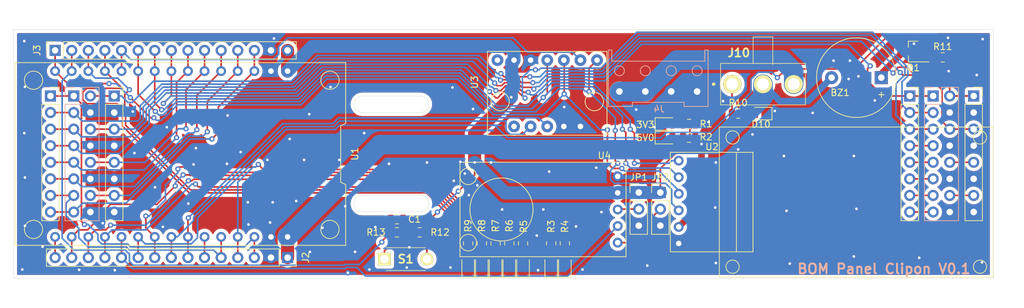
<source format=kicad_pcb>
(kicad_pcb (version 20171130) (host pcbnew "(5.1.4)-1")
  (layers (0 F.Cu signal) (31 B.Cu signal) (34 B.Paste user) (35 F.Paste user) (36 B.SilkS user) (37 F.SilkS user) (38 B.Mask user) (39 F.Mask user) (44 Edge.Cuts user))
  (net 0 "")
  (net 1 GND)
  (net 2 "Net-(D1-Pad2)")
  (net 3 "Net-(D2-Pad2)")
  (net 4 "Net-(D3-Pad2)")
  (net 5 OE)
  (net 6 LAT)
  (net 7 CLK)
  (net 8 C)
  (net 9 B)
  (net 10 A)
  (net 11 B1_Out)
  (net 12 G1_Out)
  (net 13 R1_Out)
  (net 14 B1)
  (net 15 G1)
  (net 16 R1)
  (net 17 +5V)
  (net 18 LEDG)
  (net 19 INT1_ACC)
  (net 20 INT2_ACC)
  (net 21 "Net-(J2-Pad15)")
  (net 22 +3V3)
  (net 23 SPI_CS_SD)
  (net 24 SPI_SCK)
  (net 25 SPI_MISO)
  (net 26 SPI_CS_ACC)
  (net 27 SPI_MOSI)
  (net 28 "Net-(J5-Pad7)")
  (net 29 "Net-(J5-Pad9)")
  (net 30 "Net-(J5-Pad10)")
  (net 31 "Net-(J5-Pad11)")
  (net 32 "Net-(J5-Pad13)")
  (net 33 "Net-(J5-Pad14)")
  (net 34 "Net-(J5-Pad15)")
  (net 35 "Net-(U3-Pad1)")
  (net 36 "Net-(U3-Pad12)")
  (net 37 "Net-(BZ1-Pad1)")
  (net 38 Button)
  (net 39 "Net-(D4-Pad2)")
  (net 40 "Net-(D5-Pad2)")
  (net 41 "Net-(D6-Pad2)")
  (net 42 "Net-(D7-Pad2)")
  (net 43 "Net-(D8-Pad2)")
  (net 44 "Net-(D9-Pad2)")
  (net 45 "Net-(D10-Pad2)")
  (net 46 Buzzer)
  (net 47 Audio)
  (net 48 "Net-(J10-Pad3)")
  (net 49 "Net-(J10-Pad1)")
  (net 50 "Net-(JP1-Pad2)")
  (net 51 "Net-(JP2-Pad2)")
  (net 52 "Net-(Q1-Pad1)")
  (net 53 LEDG1)
  (net 54 LEDR1)
  (net 55 LEDY1)
  (net 56 LEDG2)
  (net 57 LEDG3)
  (net 58 LEDG4)
  (net 59 LEDG5)
  (net 60 "Net-(R12-Pad2)")
  (module Connector_PinSocket_2.54mm:PinSocket_1x08_P2.54mm_Vertical (layer F.Cu) (at -59.5376 -8.89)
    (fp_text reference J7 hide)
    (fp_text value Conn_01x08_Female)
    (pad 8 thru_hole oval (at 0 17.78) (size 1.7 1.7) (drill 1) (layers *.Cu *.Mask) (net 1 GND))
    (pad 7 thru_hole oval (at 0 15.24) (size 1.7 1.7) (drill 1) (layers *.Cu *.Mask) (net 6 LAT))
    (pad 6 thru_hole oval (at 0 12.7) (size 1.7 1.7) (drill 1) (layers *.Cu *.Mask) (net 1 GND))
    (pad 5 thru_hole oval (at 0 10.16) (size 1.7 1.7) (drill 1) (layers *.Cu *.Mask) (net 9 B))
    (pad 4 thru_hole oval (at 0 7.62) (size 1.7 1.7) (drill 1) (layers *.Cu *.Mask) (net 1 GND))
    (pad 3 thru_hole oval (at 0 5.08) (size 1.7 1.7) (drill 1) (layers *.Cu *.Mask) (net 12 G1_Out))
    (pad 2 thru_hole oval (at 0 2.54) (size 1.7 1.7) (drill 1) (layers *.Cu *.Mask) (net 1 GND))
    (pad 1 thru_hole rect (at 0 0) (size 1.7 1.7) (drill 1) (layers *.Cu *.Mask) (net 15 G1))
  )
  (module Capacitor_SMD:C_0805_2012Metric (layer F.Cu) (at -16.3 10 180)
    (fp_text reference C1 (at -2.7 0) (layer F.SilkS))
    (fp_text value C)
    (pad 2 smd roundrect (at 0.9375 0 180) (size 0.975 1.4) (layers F.Cu F.Paste F.Mask) (net 38 Button))
    (pad 1 smd roundrect (at -0.9375 0 180) (size 0.975 1.4) (layers F.Cu F.Paste F.Mask) (net 22 +3V3))
  )
  (module Resistor_SMD:R_0805_2012Metric (layer F.Cu) (at -16.3 12)
    (fp_text reference R13 (at -3.2 0) (layer F.SilkS))
    (fp_text value 10k)
    (pad 2 smd roundrect (at 0.9375 0) (size 0.975 1.4) (layers F.Cu F.Paste F.Mask) (net 60 "Net-(R12-Pad2)"))
    (pad 1 smd roundrect (at -0.9375 0) (size 0.975 1.4) (layers F.Cu F.Paste F.Mask) (net 38 Button))
  )
  (module Resistor_SMD:R_0805_2012Metric (layer F.Cu) (at -12.8 12 180)
    (fp_text reference R12 (at -3.1 0) (layer F.SilkS))
    (fp_text value 100k)
    (pad 1 smd roundrect (at -0.9375 0 180) (size 0.975 1.4) (layers F.Cu F.Paste F.Mask) (net 1 GND))
    (pad 2 smd roundrect (at 0.9375 0 180) (size 0.975 1.4) (layers F.Cu F.Paste F.Mask) (net 60 "Net-(R12-Pad2)"))
  )
  (module LolomoloKiCADLib:MicroSDCardAdapter (layer F.Cu) (at 53.975 7.366)
    (fp_text reference U2 (at -22.075 -8.466 180) (layer F.SilkS))
    (fp_text value MicroSDCardAdaptor)
    (pad 1 thru_hole circle (at -27.1653 -6.35 270) (size 1.5 1.5) (drill 0.85) (layers *.Cu *.Mask) (net 23 SPI_CS_SD))
    (pad 2 thru_hole circle (at -27.1653 -3.81 270) (size 1.5 1.5) (drill 0.85) (layers *.Cu *.Mask) (net 24 SPI_SCK))
    (pad 3 thru_hole circle (at -27.1653 -1.27 270) (size 1.5 1.5) (drill 0.85) (layers *.Cu *.Mask) (net 27 SPI_MOSI))
    (pad 4 thru_hole circle (at -27.1653 1.27 270) (size 1.5 1.5) (drill 0.85) (layers *.Cu *.Mask) (net 25 SPI_MISO))
    (pad 5 thru_hole circle (at -27.1653 3.81 270) (size 1.5 1.5) (drill 0.85) (layers *.Cu *.Mask) (net 17 +5V))
    (pad 6 thru_hole circle (at -27.1653 6.35 270) (size 1.5 1.5) (drill 0.85) (layers *.Cu *.Mask) (net 1 GND))
  )
  (module LolomoloKiCADLib:NODEMCU-32S_ESP32 (layer F.Cu) (at -50.8 0 180)
    (fp_text reference U1 (at -28.07 0 90) (layer F.SilkS))
    (fp_text value NodeMCU-32S)
    (pad 30 thru_hole circle (at -17.78 12.7 180) (size 1.5 1.5) (drill 0.85) (layers *.Cu *.Mask) (net 22 +3V3))
    (pad 1 thru_hole circle (at -17.78 -12.7 180) (size 1.5 1.5) (drill 0.85) (layers *.Cu *.Mask) (net 17 +5V))
    (pad 29 thru_hole circle (at -15.24 12.7 180) (size 1.5 1.5) (drill 0.85) (layers *.Cu *.Mask) (net 1 GND))
    (pad 2 thru_hole circle (at -15.24 -12.7 180) (size 1.5 1.5) (drill 0.85) (layers *.Cu *.Mask) (net 1 GND))
    (pad 28 thru_hole circle (at -12.7 12.7 180) (size 1.5 1.5) (drill 0.85) (layers *.Cu *.Mask) (net 5 OE))
    (pad 3 thru_hole circle (at -12.7 -12.7 180) (size 1.5 1.5) (drill 0.85) (layers *.Cu *.Mask) (net 16 R1))
    (pad 27 thru_hole circle (at -10.16 12.7 180) (size 1.5 1.5) (drill 0.85) (layers *.Cu *.Mask) (net 6 LAT))
    (pad 4 thru_hole circle (at -10.16 -12.7 180) (size 1.5 1.5) (drill 0.85) (layers *.Cu *.Mask) (net 55 LEDY1))
    (pad 26 thru_hole circle (at -7.62 12.7 180) (size 1.5 1.5) (drill 0.85) (layers *.Cu *.Mask) (net 8 C))
    (pad 5 thru_hole circle (at -7.62 -12.7 180) (size 1.5 1.5) (drill 0.85) (layers *.Cu *.Mask) (net 7 CLK))
    (pad 25 thru_hole circle (at -5.08 12.7 180) (size 1.5 1.5) (drill 0.85) (layers *.Cu *.Mask) (net 9 B))
    (pad 6 thru_hole circle (at -5.08 -12.7 180) (size 1.5 1.5) (drill 0.85) (layers *.Cu *.Mask) (net 18 LEDG))
    (pad 24 thru_hole circle (at -2.54 12.7 180) (size 1.5 1.5) (drill 0.85) (layers *.Cu *.Mask) (net 10 A))
    (pad 7 thru_hole circle (at -2.54 -12.7 180) (size 1.5 1.5) (drill 0.85) (layers *.Cu *.Mask) (net 19 INT1_ACC))
    (pad 23 thru_hole circle (at 0 12.7 180) (size 1.5 1.5) (drill 0.85) (layers *.Cu *.Mask) (net 23 SPI_CS_SD))
    (pad 8 thru_hole circle (at 0 -12.7 180) (size 1.5 1.5) (drill 0.85) (layers *.Cu *.Mask) (net 20 INT2_ACC))
    (pad 22 thru_hole circle (at 2.54 12.7 180) (size 1.5 1.5) (drill 0.85) (layers *.Cu *.Mask) (net 24 SPI_SCK))
    (pad 9 thru_hole circle (at 2.54 -12.7 180) (size 1.5 1.5) (drill 0.85) (layers *.Cu *.Mask) (net 54 LEDR1))
    (pad 21 thru_hole circle (at 5.08 12.7 180) (size 1.5 1.5) (drill 0.85) (layers *.Cu *.Mask) (net 25 SPI_MISO))
    (pad 10 thru_hole circle (at 5.08 -12.7 180) (size 1.5 1.5) (drill 0.85) (layers *.Cu *.Mask) (net 46 Buzzer))
    (pad 20 thru_hole circle (at 7.62 12.7 180) (size 1.5 1.5) (drill 0.85) (layers *.Cu *.Mask) (net 26 SPI_CS_ACC))
    (pad 11 thru_hole circle (at 7.62 -12.7 180) (size 1.5 1.5) (drill 0.85) (layers *.Cu *.Mask) (net 47 Audio))
    (pad 19 thru_hole circle (at 10.16 12.7 180) (size 1.5 1.5) (drill 0.85) (layers *.Cu *.Mask) (net 59 LEDG5))
    (pad 12 thru_hole circle (at 10.16 -12.7 180) (size 1.5 1.5) (drill 0.85) (layers *.Cu *.Mask) (net 57 LEDG3))
    (pad 18 thru_hole circle (at 12.7 12.7 180) (size 1.5 1.5) (drill 0.85) (layers *.Cu *.Mask) (net 58 LEDG4))
    (pad 13 thru_hole circle (at 12.7 -12.7 180) (size 1.5 1.5) (drill 0.85) (layers *.Cu *.Mask) (net 56 LEDG2))
    (pad 17 thru_hole circle (at 15.24 12.7 180) (size 1.5 1.5) (drill 0.85) (layers *.Cu *.Mask) (net 38 Button))
    (pad 14 thru_hole circle (at 15.24 -12.7 180) (size 1.5 1.5) (drill 0.85) (layers *.Cu *.Mask) (net 53 LEDG1))
    (pad 16 thru_hole circle (at 17.78 12.7 180) (size 1.5 1.5) (drill 0.85) (layers *.Cu *.Mask) (net 27 SPI_MOSI))
    (pad 15 thru_hole circle (at 17.78 -12.7 180) (size 1.5 1.5) (drill 0.85) (layers *.Cu *.Mask) (net 21 "Net-(J2-Pad15)"))
  )
  (module LolomoloKiCADLib:LSM6DS3_Breakout (layer F.Cu) (at 6.7 -9.3 90)
    (fp_text reference U3 (at 1.7 -11.1 270) (layer F.SilkS))
    (fp_text value LSM6DS3_Breakout)
    (pad 12 thru_hole circle (at 5.08 -7.62 90) (size 1.8 1.8) (drill 0.85) (layers *.Cu *.Mask) (net 36 "Net-(U3-Pad12)"))
    (pad 11 thru_hole circle (at 5.08 -5.08 90) (size 1.8 1.8) (drill 0.85) (layers *.Cu *.Mask) (net 22 +3V3))
    (pad 10 thru_hole circle (at 5.08 -2.54 90) (size 1.8 1.8) (drill 0.85) (layers *.Cu *.Mask) (net 1 GND))
    (pad 9 thru_hole circle (at 5.08 0 90) (size 1.8 1.8) (drill 0.85) (layers *.Cu *.Mask) (net 24 SPI_SCK))
    (pad 8 thru_hole circle (at 5.08 2.54 90) (size 1.8 1.8) (drill 0.85) (layers *.Cu *.Mask) (net 27 SPI_MOSI))
    (pad 7 thru_hole circle (at 5.08 5.08 90) (size 1.8 1.8) (drill 0.85) (layers *.Cu *.Mask) (net 26 SPI_CS_ACC))
    (pad 6 thru_hole circle (at 5.08 7.62 90) (size 1.8 1.8) (drill 0.85) (layers *.Cu *.Mask) (net 25 SPI_MISO))
    (pad 5 thru_hole circle (at -5.08 5.08 90) (size 1.8 1.8) (drill 0.85) (layers *.Cu *.Mask) (net 1 GND))
    (pad 4 thru_hole circle (at -5.08 2.54 90) (size 1.8 1.8) (drill 0.85) (layers *.Cu *.Mask) (net 1 GND))
    (pad 3 thru_hole circle (at -5.08 0 90) (size 1.8 1.8) (drill 0.85) (layers *.Cu *.Mask) (net 19 INT1_ACC))
    (pad 2 thru_hole circle (at -5.08 -2.54 90) (size 1.8 1.8) (drill 0.85) (layers *.Cu *.Mask) (net 20 INT2_ACC))
    (pad 1 thru_hole circle (at -5.08 -5.08 90) (size 1.8 1.8) (drill 0.85) (layers *.Cu *.Mask) (net 35 "Net-(U3-Pad1)"))
  )
  (module Diode_SMD:D_0805_2012Metric (layer F.Cu) (at 24.9 -4.6)
    (fp_text reference D1 hide)
    (fp_text value LEDO)
    (pad 1 smd roundrect (at -0.9375 0) (size 0.975 1.4) (layers F.Cu F.Paste F.Mask) (net 1 GND))
    (pad 2 smd roundrect (at 0.9375 0) (size 0.975 1.4) (layers F.Cu F.Paste F.Mask) (net 2 "Net-(D1-Pad2)"))
  )
  (module Diode_SMD:D_0805_2012Metric (layer F.Cu) (at 24.9 -2.5)
    (fp_text reference D2 hide)
    (fp_text value LEDO)
    (pad 2 smd roundrect (at 0.9375 0) (size 0.975 1.4) (layers F.Cu F.Paste F.Mask) (net 3 "Net-(D2-Pad2)"))
    (pad 1 smd roundrect (at -0.9375 0) (size 0.975 1.4) (layers F.Cu F.Paste F.Mask) (net 1 GND))
  )
  (module Diode_SMD:D_0805_2012Metric (layer F.Cu) (at 3 17.2 90)
    (fp_text reference D5 hide)
    (fp_text value LEDG)
    (pad 1 smd roundrect (at -0.9375 0 90) (size 0.975 1.4) (layers F.Cu F.Paste F.Mask) (net 1 GND))
    (pad 2 smd roundrect (at 0.9375 0 90) (size 0.975 1.4) (layers F.Cu F.Paste F.Mask) (net 40 "Net-(D5-Pad2)"))
  )
  (module Connector_PinSocket_2.54mm:PinSocket_2x08_P2.54mm_Vertical (layer B.Cu) (at -65.73 -8.89 180)
    (fp_text reference J1 hide)
    (fp_text value Conn_02x08_Odd_Even)
    (pad 16 thru_hole oval (at -2.54 -17.78 180) (size 1.7 1.7) (drill 1) (layers *.Cu *.Mask) (net 1 GND))
    (pad 15 thru_hole oval (at 0 -17.78 180) (size 1.7 1.7) (drill 1) (layers *.Cu *.Mask) (net 5 OE))
    (pad 14 thru_hole oval (at -2.54 -15.24 180) (size 1.7 1.7) (drill 1) (layers *.Cu *.Mask) (net 6 LAT))
    (pad 13 thru_hole oval (at 0 -15.24 180) (size 1.7 1.7) (drill 1) (layers *.Cu *.Mask) (net 7 CLK))
    (pad 12 thru_hole oval (at -2.54 -12.7 180) (size 1.7 1.7) (drill 1) (layers *.Cu *.Mask) (net 1 GND))
    (pad 11 thru_hole oval (at 0 -12.7 180) (size 1.7 1.7) (drill 1) (layers *.Cu *.Mask) (net 8 C))
    (pad 10 thru_hole oval (at -2.54 -10.16 180) (size 1.7 1.7) (drill 1) (layers *.Cu *.Mask) (net 9 B))
    (pad 9 thru_hole oval (at 0 -10.16 180) (size 1.7 1.7) (drill 1) (layers *.Cu *.Mask) (net 10 A))
    (pad 8 thru_hole oval (at -2.54 -7.62 180) (size 1.7 1.7) (drill 1) (layers *.Cu *.Mask) (net 1 GND))
    (pad 7 thru_hole oval (at 0 -7.62 180) (size 1.7 1.7) (drill 1) (layers *.Cu *.Mask) (net 11 B1_Out))
    (pad 6 thru_hole oval (at -2.54 -5.08 180) (size 1.7 1.7) (drill 1) (layers *.Cu *.Mask) (net 12 G1_Out))
    (pad 5 thru_hole oval (at 0 -5.08 180) (size 1.7 1.7) (drill 1) (layers *.Cu *.Mask) (net 13 R1_Out))
    (pad 4 thru_hole oval (at -2.54 -2.54 180) (size 1.7 1.7) (drill 1) (layers *.Cu *.Mask) (net 1 GND))
    (pad 3 thru_hole oval (at 0 -2.54 180) (size 1.7 1.7) (drill 1) (layers *.Cu *.Mask) (net 14 B1))
    (pad 2 thru_hole oval (at -2.54 0 180) (size 1.7 1.7) (drill 1) (layers *.Cu *.Mask) (net 15 G1))
    (pad 1 thru_hole rect (at 0 0 180) (size 1.7 1.7) (drill 1) (layers *.Cu *.Mask) (net 16 R1))
  )
  (module Connector_PinSocket_2.54mm:PinSocket_1x15_P2.54mm_Vertical (layer F.Cu) (at -33.02 15.875 270)
    (fp_text reference J2 (at 0 -2.77 90) (layer F.SilkS))
    (fp_text value Conn_01x15_Female)
    (pad 1 thru_hole rect (at 0 0 270) (size 1.7 1.7) (drill 1) (layers *.Cu *.Mask) (net 17 +5V))
    (pad 2 thru_hole oval (at 0 2.54 270) (size 1.7 1.7) (drill 1) (layers *.Cu *.Mask) (net 1 GND))
    (pad 3 thru_hole oval (at 0 5.08 270) (size 1.7 1.7) (drill 1) (layers *.Cu *.Mask) (net 16 R1))
    (pad 4 thru_hole oval (at 0 7.62 270) (size 1.7 1.7) (drill 1) (layers *.Cu *.Mask) (net 55 LEDY1))
    (pad 5 thru_hole oval (at 0 10.16 270) (size 1.7 1.7) (drill 1) (layers *.Cu *.Mask) (net 7 CLK))
    (pad 6 thru_hole oval (at 0 12.7 270) (size 1.7 1.7) (drill 1) (layers *.Cu *.Mask) (net 18 LEDG))
    (pad 7 thru_hole oval (at 0 15.24 270) (size 1.7 1.7) (drill 1) (layers *.Cu *.Mask) (net 19 INT1_ACC))
    (pad 8 thru_hole oval (at 0 17.78 270) (size 1.7 1.7) (drill 1) (layers *.Cu *.Mask) (net 20 INT2_ACC))
    (pad 9 thru_hole oval (at 0 20.32 270) (size 1.7 1.7) (drill 1) (layers *.Cu *.Mask) (net 54 LEDR1))
    (pad 10 thru_hole oval (at 0 22.86 270) (size 1.7 1.7) (drill 1) (layers *.Cu *.Mask) (net 46 Buzzer))
    (pad 11 thru_hole oval (at 0 25.4 270) (size 1.7 1.7) (drill 1) (layers *.Cu *.Mask) (net 47 Audio))
    (pad 12 thru_hole oval (at 0 27.94 270) (size 1.7 1.7) (drill 1) (layers *.Cu *.Mask) (net 57 LEDG3))
    (pad 13 thru_hole oval (at 0 30.48 270) (size 1.7 1.7) (drill 1) (layers *.Cu *.Mask) (net 56 LEDG2))
    (pad 14 thru_hole oval (at 0 33.02 270) (size 1.7 1.7) (drill 1) (layers *.Cu *.Mask) (net 53 LEDG1))
    (pad 15 thru_hole oval (at 0 35.56 270) (size 1.7 1.7) (drill 1) (layers *.Cu *.Mask) (net 21 "Net-(J2-Pad15)"))
  )
  (module Connector_PinSocket_2.54mm:PinSocket_1x15_P2.54mm_Vertical (layer F.Cu) (at -68.58 -15.875 90)
    (fp_text reference J3 (at 0 -2.77 90) (layer F.SilkS))
    (fp_text value Conn_01x15_Female)
    (pad 15 thru_hole oval (at 0 35.56 90) (size 1.7 1.7) (drill 1) (layers *.Cu *.Mask) (net 22 +3V3))
    (pad 14 thru_hole oval (at 0 33.02 90) (size 1.7 1.7) (drill 1) (layers *.Cu *.Mask) (net 1 GND))
    (pad 13 thru_hole oval (at 0 30.48 90) (size 1.7 1.7) (drill 1) (layers *.Cu *.Mask) (net 5 OE))
    (pad 12 thru_hole oval (at 0 27.94 90) (size 1.7 1.7) (drill 1) (layers *.Cu *.Mask) (net 6 LAT))
    (pad 11 thru_hole oval (at 0 25.4 90) (size 1.7 1.7) (drill 1) (layers *.Cu *.Mask) (net 8 C))
    (pad 10 thru_hole oval (at 0 22.86 90) (size 1.7 1.7) (drill 1) (layers *.Cu *.Mask) (net 9 B))
    (pad 9 thru_hole oval (at 0 20.32 90) (size 1.7 1.7) (drill 1) (layers *.Cu *.Mask) (net 10 A))
    (pad 8 thru_hole oval (at 0 17.78 90) (size 1.7 1.7) (drill 1) (layers *.Cu *.Mask) (net 23 SPI_CS_SD))
    (pad 7 thru_hole oval (at 0 15.24 90) (size 1.7 1.7) (drill 1) (layers *.Cu *.Mask) (net 24 SPI_SCK))
    (pad 6 thru_hole oval (at 0 12.7 90) (size 1.7 1.7) (drill 1) (layers *.Cu *.Mask) (net 25 SPI_MISO))
    (pad 5 thru_hole oval (at 0 10.16 90) (size 1.7 1.7) (drill 1) (layers *.Cu *.Mask) (net 26 SPI_CS_ACC))
    (pad 4 thru_hole oval (at 0 7.62 90) (size 1.7 1.7) (drill 1) (layers *.Cu *.Mask) (net 59 LEDG5))
    (pad 3 thru_hole oval (at 0 5.08 90) (size 1.7 1.7) (drill 1) (layers *.Cu *.Mask) (net 58 LEDG4))
    (pad 2 thru_hole oval (at 0 2.54 90) (size 1.7 1.7) (drill 1) (layers *.Cu *.Mask) (net 38 Button))
    (pad 1 thru_hole rect (at 0 0 90) (size 1.7 1.7) (drill 1) (layers *.Cu *.Mask) (net 27 SPI_MOSI))
  )
  (module Connector_PinSocket_2.54mm:PinSocket_2x08_P2.54mm_Vertical (layer B.Cu) (at 65.73 -8.89 180)
    (fp_text reference J5 hide)
    (fp_text value Conn_02x08_Odd_Even)
    (pad 1 thru_hole rect (at 0 0 180) (size 1.7 1.7) (drill 1) (layers *.Cu *.Mask) (net 13 R1_Out))
    (pad 2 thru_hole oval (at -2.54 0 180) (size 1.7 1.7) (drill 1) (layers *.Cu *.Mask) (net 12 G1_Out))
    (pad 3 thru_hole oval (at 0 -2.54 180) (size 1.7 1.7) (drill 1) (layers *.Cu *.Mask) (net 11 B1_Out))
    (pad 4 thru_hole oval (at -2.54 -2.54 180) (size 1.7 1.7) (drill 1) (layers *.Cu *.Mask) (net 1 GND))
    (pad 5 thru_hole oval (at 0 -5.08 180) (size 1.7 1.7) (drill 1) (layers *.Cu *.Mask) (net 15 G1))
    (pad 6 thru_hole oval (at -2.54 -5.08 180) (size 1.7 1.7) (drill 1) (layers *.Cu *.Mask) (net 14 B1))
    (pad 7 thru_hole oval (at 0 -7.62 180) (size 1.7 1.7) (drill 1) (layers *.Cu *.Mask) (net 28 "Net-(J5-Pad7)"))
    (pad 8 thru_hole oval (at -2.54 -7.62 180) (size 1.7 1.7) (drill 1) (layers *.Cu *.Mask) (net 1 GND))
    (pad 9 thru_hole oval (at 0 -10.16 180) (size 1.7 1.7) (drill 1) (layers *.Cu *.Mask) (net 29 "Net-(J5-Pad9)"))
    (pad 10 thru_hole oval (at -2.54 -10.16 180) (size 1.7 1.7) (drill 1) (layers *.Cu *.Mask) (net 30 "Net-(J5-Pad10)"))
    (pad 11 thru_hole oval (at 0 -12.7 180) (size 1.7 1.7) (drill 1) (layers *.Cu *.Mask) (net 31 "Net-(J5-Pad11)"))
    (pad 12 thru_hole oval (at -2.54 -12.7 180) (size 1.7 1.7) (drill 1) (layers *.Cu *.Mask) (net 1 GND))
    (pad 13 thru_hole oval (at 0 -15.24 180) (size 1.7 1.7) (drill 1) (layers *.Cu *.Mask) (net 32 "Net-(J5-Pad13)"))
    (pad 14 thru_hole oval (at -2.54 -15.24 180) (size 1.7 1.7) (drill 1) (layers *.Cu *.Mask) (net 33 "Net-(J5-Pad14)"))
    (pad 15 thru_hole oval (at 0 -17.78 180) (size 1.7 1.7) (drill 1) (layers *.Cu *.Mask) (net 34 "Net-(J5-Pad15)"))
    (pad 16 thru_hole oval (at -2.54 -17.78 180) (size 1.7 1.7) (drill 1) (layers *.Cu *.Mask) (net 1 GND))
  )
  (module Connector_PinSocket_2.54mm:PinSocket_1x08_P2.54mm_Vertical (layer F.Cu) (at -69.2912 -8.89)
    (fp_text reference J6 hide)
    (fp_text value Conn_01x08_Female)
    (pad 1 thru_hole rect (at 0 0) (size 1.7 1.7) (drill 1) (layers *.Cu *.Mask) (net 16 R1))
    (pad 2 thru_hole oval (at 0 2.54) (size 1.7 1.7) (drill 1) (layers *.Cu *.Mask) (net 14 B1))
    (pad 3 thru_hole oval (at 0 5.08) (size 1.7 1.7) (drill 1) (layers *.Cu *.Mask) (net 13 R1_Out))
    (pad 4 thru_hole oval (at 0 7.62) (size 1.7 1.7) (drill 1) (layers *.Cu *.Mask) (net 11 B1_Out))
    (pad 5 thru_hole oval (at 0 10.16) (size 1.7 1.7) (drill 1) (layers *.Cu *.Mask) (net 10 A))
    (pad 6 thru_hole oval (at 0 12.7) (size 1.7 1.7) (drill 1) (layers *.Cu *.Mask) (net 8 C))
    (pad 7 thru_hole oval (at 0 15.24) (size 1.7 1.7) (drill 1) (layers *.Cu *.Mask) (net 7 CLK))
    (pad 8 thru_hole oval (at 0 17.78) (size 1.7 1.7) (drill 1) (layers *.Cu *.Mask) (net 5 OE))
  )
  (module Connector_PinSocket_2.54mm:PinSocket_1x08_P2.54mm_Vertical (layer F.Cu) (at 62.1538 -8.89)
    (fp_text reference J8 hide)
    (fp_text value Conn_01x08_Female)
    (pad 1 thru_hole rect (at 0 0) (size 1.7 1.7) (drill 1) (layers *.Cu *.Mask) (net 13 R1_Out))
    (pad 2 thru_hole oval (at 0 2.54) (size 1.7 1.7) (drill 1) (layers *.Cu *.Mask) (net 11 B1_Out))
    (pad 3 thru_hole oval (at 0 5.08) (size 1.7 1.7) (drill 1) (layers *.Cu *.Mask) (net 15 G1))
    (pad 4 thru_hole oval (at 0 7.62) (size 1.7 1.7) (drill 1) (layers *.Cu *.Mask) (net 28 "Net-(J5-Pad7)"))
    (pad 5 thru_hole oval (at 0 10.16) (size 1.7 1.7) (drill 1) (layers *.Cu *.Mask) (net 29 "Net-(J5-Pad9)"))
    (pad 6 thru_hole oval (at 0 12.7) (size 1.7 1.7) (drill 1) (layers *.Cu *.Mask) (net 31 "Net-(J5-Pad11)"))
    (pad 7 thru_hole oval (at 0 15.24) (size 1.7 1.7) (drill 1) (layers *.Cu *.Mask) (net 32 "Net-(J5-Pad13)"))
    (pad 8 thru_hole oval (at 0 17.78) (size 1.7 1.7) (drill 1) (layers *.Cu *.Mask) (net 34 "Net-(J5-Pad15)"))
  )
  (module Connector_PinSocket_2.54mm:PinSocket_1x08_P2.54mm_Vertical (layer F.Cu) (at 71.9328 -8.89)
    (fp_text reference J9 hide)
    (fp_text value Conn_01x08_Female)
    (pad 8 thru_hole oval (at 0 17.78) (size 1.7 1.7) (drill 1) (layers *.Cu *.Mask) (net 1 GND))
    (pad 7 thru_hole oval (at 0 15.24) (size 1.7 1.7) (drill 1) (layers *.Cu *.Mask) (net 33 "Net-(J5-Pad14)"))
    (pad 6 thru_hole oval (at 0 12.7) (size 1.7 1.7) (drill 1) (layers *.Cu *.Mask) (net 1 GND))
    (pad 5 thru_hole oval (at 0 10.16) (size 1.7 1.7) (drill 1) (layers *.Cu *.Mask) (net 30 "Net-(J5-Pad10)"))
    (pad 4 thru_hole oval (at 0 7.62) (size 1.7 1.7) (drill 1) (layers *.Cu *.Mask) (net 1 GND))
    (pad 3 thru_hole oval (at 0 5.08) (size 1.7 1.7) (drill 1) (layers *.Cu *.Mask) (net 14 B1))
    (pad 2 thru_hole oval (at 0 2.54) (size 1.7 1.7) (drill 1) (layers *.Cu *.Mask) (net 1 GND))
    (pad 1 thru_hole rect (at 0 0) (size 1.7 1.7) (drill 1) (layers *.Cu *.Mask) (net 12 G1_Out))
  )
  (module Resistor_SMD:R_0805_2012Metric (layer F.Cu) (at 28.4 -4.6 180)
    (fp_text reference R1 (at -2.6 0) (layer F.SilkS))
    (fp_text value 1k5)
    (pad 1 smd roundrect (at -0.9375 0 180) (size 0.975 1.4) (layers F.Cu F.Paste F.Mask) (net 22 +3V3))
    (pad 2 smd roundrect (at 0.9375 0 180) (size 0.975 1.4) (layers F.Cu F.Paste F.Mask) (net 2 "Net-(D1-Pad2)"))
  )
  (module Resistor_SMD:R_0805_2012Metric (layer F.Cu) (at 28.4 -2.5 180)
    (fp_text reference R2 (at -2.6 0.1) (layer F.SilkS))
    (fp_text value 3k3)
    (pad 1 smd roundrect (at -0.9375 0 180) (size 0.975 1.4) (layers F.Cu F.Paste F.Mask) (net 17 +5V))
    (pad 2 smd roundrect (at 0.9375 0 180) (size 0.975 1.4) (layers F.Cu F.Paste F.Mask) (net 3 "Net-(D2-Pad2)"))
  )
  (module Resistor_SMD:R_0805_2012Metric (layer F.Cu) (at 3 13.7 270)
    (fp_text reference R5 (at -2.6 -0.1 90) (layer F.SilkS))
    (fp_text value 1k)
    (pad 2 smd roundrect (at 0.9375 0 270) (size 0.975 1.4) (layers F.Cu F.Paste F.Mask) (net 40 "Net-(D5-Pad2)"))
    (pad 1 smd roundrect (at -0.9375 0 270) (size 0.975 1.4) (layers F.Cu F.Paste F.Mask) (net 53 LEDG1))
  )
  (module Buzzer_Beeper:Buzzer_12x9.5RM7.6 (layer F.Cu) (at 57.8 -11.7 180)
    (fp_text reference BZ1 (at 6.3 -2.3) (layer F.SilkS))
    (fp_text value Buzzer)
    (fp_text user + (at -0.01 -2.54) (layer F.SilkS))
    (pad 1 thru_hole rect (at 0 0 180) (size 2 2) (drill 1) (layers *.Cu *.Mask) (net 37 "Net-(BZ1-Pad1)"))
    (pad 2 thru_hole circle (at 7.6 0 180) (size 2 2) (drill 1) (layers *.Cu *.Mask) (net 17 +5V))
  )
  (module Diode_SMD:D_0805_2012Metric (layer F.Cu) (at 7.3 17.2 90)
    (fp_text reference D3 hide)
    (fp_text value LEDR)
    (pad 2 smd roundrect (at 0.9375 0 90) (size 0.975 1.4) (layers F.Cu F.Paste F.Mask) (net 4 "Net-(D3-Pad2)"))
    (pad 1 smd roundrect (at -0.9375 0 90) (size 0.975 1.4) (layers F.Cu F.Paste F.Mask) (net 1 GND))
  )
  (module Diode_SMD:D_0805_2012Metric (layer F.Cu) (at 9.4 17.2 90)
    (fp_text reference D4 hide)
    (fp_text value LEDY)
    (pad 1 smd roundrect (at -0.9375 0 90) (size 0.975 1.4) (layers F.Cu F.Paste F.Mask) (net 1 GND))
    (pad 2 smd roundrect (at 0.9375 0 90) (size 0.975 1.4) (layers F.Cu F.Paste F.Mask) (net 39 "Net-(D4-Pad2)"))
  )
  (module Diode_SMD:D_0805_2012Metric (layer F.Cu) (at 0.9 17.2 90)
    (fp_text reference D6 hide)
    (fp_text value LEDG)
    (pad 2 smd roundrect (at 0.9375 0 90) (size 0.975 1.4) (layers F.Cu F.Paste F.Mask) (net 41 "Net-(D6-Pad2)"))
    (pad 1 smd roundrect (at -0.9375 0 90) (size 0.975 1.4) (layers F.Cu F.Paste F.Mask) (net 1 GND))
  )
  (module Diode_SMD:D_0805_2012Metric (layer F.Cu) (at -1.2 17.2 90)
    (fp_text reference D7 hide)
    (fp_text value LEDG)
    (pad 1 smd roundrect (at -0.9375 0 90) (size 0.975 1.4) (layers F.Cu F.Paste F.Mask) (net 1 GND))
    (pad 2 smd roundrect (at 0.9375 0 90) (size 0.975 1.4) (layers F.Cu F.Paste F.Mask) (net 42 "Net-(D7-Pad2)"))
  )
  (module Diode_SMD:D_0805_2012Metric (layer F.Cu) (at -3.3 17.2 90)
    (fp_text reference D8 hide)
    (fp_text value LEDG)
    (pad 1 smd roundrect (at -0.9375 0 90) (size 0.975 1.4) (layers F.Cu F.Paste F.Mask) (net 1 GND))
    (pad 2 smd roundrect (at 0.9375 0 90) (size 0.975 1.4) (layers F.Cu F.Paste F.Mask) (net 43 "Net-(D8-Pad2)"))
  )
  (module Diode_SMD:D_0805_2012Metric (layer F.Cu) (at -5.4 17.2 90)
    (fp_text reference D9 hide)
    (fp_text value LEDG)
    (pad 1 smd roundrect (at -0.9375 0 90) (size 0.975 1.4) (layers F.Cu F.Paste F.Mask) (net 1 GND))
    (pad 2 smd roundrect (at 0.9375 0 90) (size 0.975 1.4) (layers F.Cu F.Paste F.Mask) (net 44 "Net-(D9-Pad2)"))
  )
  (module Diode_SMD:D_0805_2012Metric (layer F.Cu) (at 39.4 -6.2 180)
    (fp_text reference D10 (at 0 -1.65) (layer F.SilkS))
    (fp_text value LEDR)
    (pad 2 smd roundrect (at 0.9375 0 180) (size 0.975 1.4) (layers F.Cu F.Paste F.Mask) (net 45 "Net-(D10-Pad2)"))
    (pad 1 smd roundrect (at -0.9375 0 180) (size 0.975 1.4) (layers F.Cu F.Paste F.Mask) (net 1 GND))
  )
  (module LolomoloKiCADLib:Conn_4pin_3.96mm_0009483046 (layer B.Cu) (at 23.685 -12.75)
    (fp_text reference J4 (at 0.127 5.842 180) (layer B.SilkS) (effects (justify mirror)))
    (fp_text value Conn_01x04_Female)
    (pad 1 thru_hole circle (at 5.9436 3.175 180) (size 2.032 2.032) (drill 1.016) (layers *.Cu *.Mask) (net 1 GND))
    (pad 2 thru_hole circle (at 1.9812 3.175 180) (size 2.032 2.032) (drill 1.016) (layers *.Cu *.Mask) (net 1 GND))
    (pad 3 thru_hole circle (at -1.9812 3.175 180) (size 2.032 2.032) (drill 1.016) (layers *.Cu *.Mask) (net 48 "Net-(J10-Pad3)"))
    (pad 4 thru_hole circle (at -5.9436 3.175 180) (size 2.032 2.032) (drill 1.016) (layers *.Cu *.Mask) (net 48 "Net-(J10-Pad3)"))
  )
  (module 500SSP1S2M2QEA:500SSP1S2M2QEA (layer F.Cu) (at 35 -10.7)
    (fp_text reference J10 (at 1 -4.8) (layer F.SilkS) (effects (font (size 1.27 1.27) (thickness 0.254))))
    (fp_text value 500SSP1S2M2QEA hide)
    (pad 1 thru_hole circle (at 0 0 90) (size 2.775 2.775) (drill 1.85) (layers *.Cu *.Mask F.SilkS) (net 49 "Net-(J10-Pad1)"))
    (pad 2 thru_hole circle (at 4.7 0 90) (size 2.775 2.775) (drill 1.85) (layers *.Cu *.Mask F.SilkS) (net 17 +5V))
    (pad 3 thru_hole circle (at 9.4 0 90) (size 2.775 2.775) (drill 1.85) (layers *.Cu *.Mask F.SilkS) (net 48 "Net-(J10-Pad3)"))
  )
  (module Connector_PinHeader_2.54mm:PinHeader_1x03_P2.54mm_Vertical (layer F.Cu) (at 20.7 5.9)
    (fp_text reference JP1 (at 0 -2.33) (layer F.SilkS))
    (fp_text value Jumper_NC_Dual)
    (pad 1 thru_hole rect (at 0 0) (size 1.7 1.7) (drill 1) (layers *.Cu *.Mask) (net 22 +3V3))
    (pad 2 thru_hole oval (at 0 2.54) (size 1.7 1.7) (drill 1) (layers *.Cu *.Mask) (net 50 "Net-(JP1-Pad2)"))
    (pad 3 thru_hole oval (at 0 5.08) (size 1.7 1.7) (drill 1) (layers *.Cu *.Mask) (net 1 GND))
  )
  (module Connector_PinHeader_2.54mm:PinHeader_1x03_P2.54mm_Vertical (layer F.Cu) (at 24 5.9)
    (fp_text reference JP2 (at 0 -2.33) (layer F.SilkS))
    (fp_text value Jumper_NC_Dual)
    (pad 3 thru_hole oval (at 0 5.08) (size 1.7 1.7) (drill 1) (layers *.Cu *.Mask) (net 1 GND))
    (pad 2 thru_hole oval (at 0 2.54) (size 1.7 1.7) (drill 1) (layers *.Cu *.Mask) (net 51 "Net-(JP2-Pad2)"))
    (pad 1 thru_hole rect (at 0 0) (size 1.7 1.7) (drill 1) (layers *.Cu *.Mask) (net 22 +3V3))
  )
  (module Package_TO_SOT_SMD:SOT-23_Handsoldering (layer F.Cu) (at 62.7 -15.7 180)
    (fp_text reference Q1 (at 0 -2.5) (layer F.SilkS))
    (fp_text value Q_NMOS_GSD)
    (pad 1 smd rect (at -1.5 -0.95 180) (size 1.9 0.8) (layers F.Cu F.Paste F.Mask) (net 52 "Net-(Q1-Pad1)"))
    (pad 2 smd rect (at -1.5 0.95 180) (size 1.9 0.8) (layers F.Cu F.Paste F.Mask) (net 1 GND))
    (pad 3 smd rect (at 1.5 0 180) (size 1.9 0.8) (layers F.Cu F.Paste F.Mask) (net 37 "Net-(BZ1-Pad1)"))
  )
  (module Resistor_SMD:R_0805_2012Metric (layer F.Cu) (at 7.3 13.7 270)
    (fp_text reference R3 (at -2.6 0 90) (layer F.SilkS))
    (fp_text value 1k)
    (pad 2 smd roundrect (at 0.9375 0 270) (size 0.975 1.4) (layers F.Cu F.Paste F.Mask) (net 4 "Net-(D3-Pad2)"))
    (pad 1 smd roundrect (at -0.9375 0 270) (size 0.975 1.4) (layers F.Cu F.Paste F.Mask) (net 54 LEDR1))
  )
  (module Resistor_SMD:R_0805_2012Metric (layer F.Cu) (at 9.4 13.7 270)
    (fp_text reference R4 (at -2.6 0 90) (layer F.SilkS))
    (fp_text value 1k)
    (pad 1 smd roundrect (at -0.9375 0 270) (size 0.975 1.4) (layers F.Cu F.Paste F.Mask) (net 55 LEDY1))
    (pad 2 smd roundrect (at 0.9375 0 270) (size 0.975 1.4) (layers F.Cu F.Paste F.Mask) (net 39 "Net-(D4-Pad2)"))
  )
  (module Resistor_SMD:R_0805_2012Metric (layer F.Cu) (at 67.2 -14.8)
    (fp_text reference R11 (at 0 -1.65) (layer F.SilkS))
    (fp_text value 1k)
    (pad 2 smd roundrect (at 0.9375 0) (size 0.975 1.4) (layers F.Cu F.Paste F.Mask) (net 46 Buzzer))
    (pad 1 smd roundrect (at -0.9375 0) (size 0.975 1.4) (layers F.Cu F.Paste F.Mask) (net 52 "Net-(Q1-Pad1)"))
  )
  (module Resistor_SMD:R_0805_2012Metric (layer F.Cu) (at 0.9 13.7 270)
    (fp_text reference R6 (at -2.7 0 90) (layer F.SilkS))
    (fp_text value 1k)
    (pad 1 smd roundrect (at -0.9375 0 270) (size 0.975 1.4) (layers F.Cu F.Paste F.Mask) (net 56 LEDG2))
    (pad 2 smd roundrect (at 0.9375 0 270) (size 0.975 1.4) (layers F.Cu F.Paste F.Mask) (net 41 "Net-(D6-Pad2)"))
  )
  (module Resistor_SMD:R_0805_2012Metric (layer F.Cu) (at -1.2 13.7 270)
    (fp_text reference R7 (at -2.7 0 90) (layer F.SilkS))
    (fp_text value 1k)
    (pad 2 smd roundrect (at 0.9375 0 270) (size 0.975 1.4) (layers F.Cu F.Paste F.Mask) (net 42 "Net-(D7-Pad2)"))
    (pad 1 smd roundrect (at -0.9375 0 270) (size 0.975 1.4) (layers F.Cu F.Paste F.Mask) (net 57 LEDG3))
  )
  (module Resistor_SMD:R_0805_2012Metric (layer F.Cu) (at -3.3 13.7 270)
    (fp_text reference R8 (at -2.7 0 90) (layer F.SilkS))
    (fp_text value 1k)
    (pad 1 smd roundrect (at -0.9375 0 270) (size 0.975 1.4) (layers F.Cu F.Paste F.Mask) (net 58 LEDG4))
    (pad 2 smd roundrect (at 0.9375 0 270) (size 0.975 1.4) (layers F.Cu F.Paste F.Mask) (net 43 "Net-(D8-Pad2)"))
  )
  (module Resistor_SMD:R_0805_2012Metric (layer F.Cu) (at -5.4 13.7 270)
    (fp_text reference R9 (at -2.7 0 90) (layer F.SilkS))
    (fp_text value 1k)
    (pad 2 smd roundrect (at 0.9375 0 270) (size 0.975 1.4) (layers F.Cu F.Paste F.Mask) (net 44 "Net-(D9-Pad2)"))
    (pad 1 smd roundrect (at -0.9375 0 270) (size 0.975 1.4) (layers F.Cu F.Paste F.Mask) (net 59 LEDG5))
  )
  (module Resistor_SMD:R_0805_2012Metric (layer F.Cu) (at 35.9 -6.2)
    (fp_text reference R10 (at 0 -1.65) (layer F.SilkS))
    (fp_text value 3k3)
    (pad 1 smd roundrect (at -0.9375 0) (size 0.975 1.4) (layers F.Cu F.Paste F.Mask) (net 49 "Net-(J10-Pad1)"))
    (pad 2 smd roundrect (at 0.9375 0) (size 0.975 1.4) (layers F.Cu F.Paste F.Mask) (net 45 "Net-(D10-Pad2)"))
  )
  (module LolomoloKiCADLib:MAX9814_Breakout (layer F.Cu) (at 12.4 8.5)
    (fp_text reference U4 (at 3.048 -8.255) (layer F.SilkS))
    (fp_text value MAX9814_Breakout)
    (pad 1 thru_hole circle (at 5.08 -5.08) (size 1.5 1.5) (drill 0.85) (layers *.Cu *.Mask) (net 1 GND))
    (pad 2 thru_hole circle (at 5.08 -2.54) (size 1.5 1.5) (drill 0.85) (layers *.Cu *.Mask) (net 22 +3V3))
    (pad 3 thru_hole circle (at 5.08 0) (size 1.5 1.5) (drill 0.85) (layers *.Cu *.Mask) (net 50 "Net-(JP1-Pad2)"))
    (pad 4 thru_hole circle (at 5.08 2.54) (size 1.5 1.5) (drill 0.85) (layers *.Cu *.Mask) (net 47 Audio))
    (pad 5 thru_hole circle (at 5.08 5.08) (size 1.5 1.5) (drill 0.85) (layers *.Cu *.Mask) (net 51 "Net-(JP2-Pad2)"))
  )
  (module MJTP1243:MJTP1243 (layer F.Cu) (at -18.2 16.1)
    (fp_text reference S1 (at 3.25 0) (layer F.SilkS) (effects (font (size 1.27 1.27) (thickness 0.254))))
    (fp_text value MJTP1243 hide)
    (pad 1 thru_hole rect (at 0 0 90) (size 1.95 1.95) (drill 1.3) (layers *.Cu *.Mask F.SilkS) (net 60 "Net-(R12-Pad2)"))
    (pad 2 thru_hole circle (at 6.5 0 90) (size 1.95 1.95) (drill 1.3) (layers *.Cu *.Mask F.SilkS) (net 22 +3V3))
  )
  (gr_text "BOM Panel Clipon V0.1" (at 58.2 17.6) (layer B.SilkS) (effects (font (size 1.5 1.5) (thickness 0.3))))
  (gr_line (start -21.59 -8.89) (end -12.7 -8.89) (layer Edge.Cuts) (width 0.05))
  (gr_arc (start -21.59 -7.62) (end -21.59 -8.89) (angle -180) (layer Edge.Cuts) (width 0.05))
  (gr_arc (start -12.7 -7.62) (end -12.7 -6.35) (angle -180) (layer Edge.Cuts) (width 0.05))
  (gr_line (start -12.7 -6.35) (end -21.59 -6.35) (layer Edge.Cuts) (width 0.05))
  (gr_arc (start -21.59 7.62) (end -21.59 6.35) (angle -180) (layer Edge.Cuts) (width 0.05))
  (gr_line (start -21.59 6.35) (end -12.7 6.35) (layer Edge.Cuts) (width 0.05))
  (gr_line (start -12.7 8.89) (end -21.59 8.89) (layer Edge.Cuts) (width 0.05))
  (gr_arc (start -12.7 7.62) (end -12.7 8.89) (angle -180) (layer Edge.Cuts) (width 0.05))
  (gr_text 5V0 (at 21.7 -2.5) (layer F.SilkS) (effects (font (size 1 1))))
  (gr_text 3V3 (at 21.7 -4.5) (layer F.SilkS) (effects (font (size 1 1))))
  (gr_line (start -74.93 19.05) (end -74.93 -19.05) (layer Edge.Cuts) (width 0.05))
  (gr_line (start 74.93 19.05) (end -74.93 19.05) (layer Edge.Cuts) (width 0.05))
  (gr_line (start 74.93 -19.05) (end 74.93 19.05) (layer Edge.Cuts) (width 0.05))
  (gr_line (start -74.93 -19.05) (end 74.93 -19.05) (layer Edge.Cuts) (width 0.05))
  (via (at -73.6 17.7) (size 0.8) (drill 0.4) (layers F.Cu B.Cu) (net 1))
  (via (at -73.3 -17.3) (size 0.8) (drill 0.4) (layers F.Cu B.Cu) (net 1))
  (via (at -73.2 -10.3) (size 0.8) (drill 0.4) (layers F.Cu B.Cu) (net 1))
  (via (at -73.3 -3.2) (size 0.8) (drill 0.4) (layers F.Cu B.Cu) (net 1))
  (via (at -73.2 3.6) (size 0.8) (drill 0.4) (layers F.Cu B.Cu) (net 1))
  (via (at -73.2 11) (size 0.8) (drill 0.4) (layers F.Cu B.Cu) (net 1))
  (via (at -61.3 10.6) (size 0.8) (drill 0.4) (layers F.Cu B.Cu) (net 1))
  (via (at -53.3 5.1) (size 0.8) (drill 0.4) (layers F.Cu B.Cu) (net 1))
  (via (at -51.5 -4.1) (size 0.8) (drill 0.4) (layers F.Cu B.Cu) (net 1))
  (via (at -29.6 15) (size 0.8) (drill 0.4) (layers F.Cu B.Cu) (net 1))
  (via (at -19.6 11.2) (size 0.8) (drill 0.4) (layers F.Cu B.Cu) (net 1))
  (via (at -22.7 15) (size 0.8) (drill 0.4) (layers F.Cu B.Cu) (net 1))
  (via (at -20.5 17.7) (size 0.8) (drill 0.4) (layers F.Cu B.Cu) (net 1))
  (via (at -14.8 17.4) (size 0.8) (drill 0.4) (layers F.Cu B.Cu) (net 1))
  (via (at -14.4 14.3) (size 0.8) (drill 0.4) (layers F.Cu B.Cu) (net 1))
  (via (at -8.1 17.4) (size 0.8) (drill 0.4) (layers F.Cu B.Cu) (net 1))
  (via (at 5.3 17.8) (size 0.8) (drill 0.4) (layers F.Cu B.Cu) (net 1))
  (via (at 5.1 12.5) (size 0.8) (drill 0.4) (layers F.Cu B.Cu) (net 1))
  (via (at 12.1 17.7) (size 0.8) (drill 0.4) (layers F.Cu B.Cu) (net 1))
  (via (at 15 8.9) (size 0.8) (drill 0.4) (layers F.Cu B.Cu) (net 1))
  (via (at -0.2 8.5) (size 0.8) (drill 0.4) (layers F.Cu B.Cu) (net 1))
  (via (at -1.9 1.3) (size 0.8) (drill 0.4) (layers F.Cu B.Cu) (net 1))
  (via (at 14.2 2.1) (size 0.8) (drill 0.4) (layers F.Cu B.Cu) (net 1))
  (via (at 7 2.7) (size 0.8) (drill 0.4) (layers F.Cu B.Cu) (net 1))
  (via (at 9.3 -7.2) (size 0.8) (drill 0.4) (layers F.Cu B.Cu) (net 1))
  (via (at 20.3 -6.8) (size 0.8) (drill 0.4) (layers F.Cu B.Cu) (net 1))
  (via (at 23.1 -4.1) (size 0.8) (drill 0.4) (layers F.Cu B.Cu) (net 1))
  (via (at 33.6 -8.1) (size 0.8) (drill 0.4) (layers F.Cu B.Cu) (net 1))
  (via (at 31.4 -4.9) (size 0.8) (drill 0.4) (layers F.Cu B.Cu) (net 1))
  (via (at 32.5 1.3) (size 0.8) (drill 0.4) (layers F.Cu B.Cu) (net 1))
  (via (at 38.1 -3) (size 0.8) (drill 0.4) (layers F.Cu B.Cu) (net 1))
  (via (at 35.9 -0.7) (size 0.8) (drill 0.4) (layers F.Cu B.Cu) (net 1))
  (via (at 32.4 8.2) (size 0.8) (drill 0.4) (layers F.Cu B.Cu) (net 1))
  (via (at 32.5 16.7) (size 0.8) (drill 0.4) (layers F.Cu B.Cu) (net 1))
  (via (at 43.8 16.8) (size 0.8) (drill 0.4) (layers F.Cu B.Cu) (net 1))
  (via (at 43.3 8.7) (size 0.8) (drill 0.4) (layers F.Cu B.Cu) (net 1))
  (via (at 42.9 0.3) (size 0.8) (drill 0.4) (layers F.Cu B.Cu) (net 1))
  (via (at 41.5 -6.6) (size 0.8) (drill 0.4) (layers F.Cu B.Cu) (net 1))
  (via (at 47.3 -6.3) (size 0.8) (drill 0.4) (layers F.Cu B.Cu) (net 1))
  (via (at 52.8 -11.5) (size 0.8) (drill 0.4) (layers F.Cu B.Cu) (net 1))
  (via (at 54.3 -11.9) (size 0.8) (drill 0.4) (layers F.Cu B.Cu) (net 1))
  (via (at 53 -14.3) (size 0.8) (drill 0.4) (layers F.Cu B.Cu) (net 1))
  (via (at 50.5 -14.3) (size 0.8) (drill 0.4) (layers F.Cu B.Cu) (net 1))
  (via (at 56.8 -8.2) (size 0.8) (drill 0.4) (layers F.Cu B.Cu) (net 1))
  (via (at 53.6 0.3) (size 0.8) (drill 0.4) (layers F.Cu B.Cu) (net 1))
  (via (at 54 8.4) (size 0.8) (drill 0.4) (layers F.Cu B.Cu) (net 1))
  (via (at 53.6 15.7) (size 0.8) (drill 0.4) (layers F.Cu B.Cu) (net 1))
  (via (at 63.6 15.9) (size 0.8) (drill 0.4) (layers F.Cu B.Cu) (net 1))
  (via (at 73.2 16.6) (size 0.8) (drill 0.4) (layers F.Cu B.Cu) (net 1))
  (via (at 73.3 -17.6) (size 0.8) (drill 0.4) (layers F.Cu B.Cu) (net 1))
  (via (at 62.8 -16.9) (size 0.8) (drill 0.4) (layers F.Cu B.Cu) (net 1))
  (via (at 68.1 -12.7) (size 0.8) (drill 0.4) (layers F.Cu B.Cu) (net 1))
  (via (at 68 -17.8) (size 0.8) (drill 0.4) (layers F.Cu B.Cu) (net 1))
  (via (at 72.4 -12.1) (size 0.8) (drill 0.4) (layers F.Cu B.Cu) (net 1))
  (via (at -21.3 -3.2) (size 0.8) (drill 0.4) (layers F.Cu B.Cu) (net 1))
  (via (at -32.7 -2.3) (size 0.8) (drill 0.4) (layers F.Cu B.Cu) (net 1))
  (via (at -35.7 10.5) (size 0.8) (drill 0.4) (layers F.Cu B.Cu) (net 1))
  (via (at -17.5 1.5) (size 0.8) (drill 0.4) (layers F.Cu B.Cu) (net 1))
  (via (at -11.7 1.3) (size 0.8) (drill 0.4) (layers F.Cu B.Cu) (net 1))
  (via (at 22 17.1) (size 0.8) (drill 0.4) (layers F.Cu B.Cu) (net 1))
  (via (at 11.1 11.1) (size 0.8) (drill 0.4) (layers F.Cu B.Cu) (net 1))
  (via (at 6.1 8.5) (size 0.8) (drill 0.4) (layers F.Cu B.Cu) (net 1))
  (via (at -23.8 18.2) (size 0.8) (drill 0.4) (layers F.Cu B.Cu) (net 1))
  (segment (start -23.3 17.7) (end -23.8 18.2) (width 0.25) (layer F.Cu) (net 1))
  (segment (start -20.5 17.7) (end -23.3 17.7) (width 0.25) (layer F.Cu) (net 1))
  (via (at -59.45 17.8) (size 0.8) (drill 0.4) (layers F.Cu B.Cu) (net 1))
  (via (at -64.9 17.75) (size 0.8) (drill 0.4) (layers F.Cu B.Cu) (net 1))
  (via (at -70.5 14.2) (size 0.8) (drill 0.4) (layers F.Cu B.Cu) (net 1))
  (via (at -52.1 11.15) (size 0.8) (drill 0.4) (layers F.Cu B.Cu) (net 1))
  (via (at -47.05 -0.9) (size 0.8) (drill 0.4) (layers F.Cu B.Cu) (net 1))
  (via (at -40.2 -0.3) (size 0.8) (drill 0.4) (layers F.Cu B.Cu) (net 1))
  (via (at -42.2 -5.9) (size 0.8) (drill 0.4) (layers F.Cu B.Cu) (net 1))
  (via (at -56.45 -0.15) (size 0.8) (drill 0.4) (layers F.Cu B.Cu) (net 1))
  (via (at -4.65 -6.9) (size 0.8) (drill 0.4) (layers F.Cu B.Cu) (net 1))
  (via (at -7.8 -10.2) (size 0.8) (drill 0.4) (layers F.Cu B.Cu) (net 1))
  (via (at -26.45 -10.25) (size 0.8) (drill 0.4) (layers F.Cu B.Cu) (net 1))
  (via (at -29.7 -6.1) (size 0.8) (drill 0.4) (layers F.Cu B.Cu) (net 1))
  (via (at -36.1 0.9) (size 0.8) (drill 0.4) (layers F.Cu B.Cu) (net 1))
  (via (at -39.1 7.4) (size 0.8) (drill 0.4) (layers F.Cu B.Cu) (net 1))
  (via (at -31.7 7.2) (size 0.8) (drill 0.4) (layers F.Cu B.Cu) (net 1))
  (via (at -24.2 8) (size 0.8) (drill 0.4) (layers F.Cu B.Cu) (net 1))
  (via (at -27.7 11.3) (size 0.8) (drill 0.4) (layers F.Cu B.Cu) (net 1))
  (via (at -5.9 3) (size 0.8) (drill 0.4) (layers F.Cu B.Cu) (net 1))
  (via (at -4 4.8) (size 0.8) (drill 0.4) (layers F.Cu B.Cu) (net 1))
  (via (at -5.3 6.3) (size 0.8) (drill 0.4) (layers F.Cu B.Cu) (net 1))
  (via (at -7.6 4.1) (size 0.8) (drill 0.4) (layers F.Cu B.Cu) (net 1))
  (via (at -6.6 1.2) (size 0.8) (drill 0.4) (layers F.Cu B.Cu) (net 1))
  (via (at -25.1 0.9) (size 0.8) (drill 0.4) (layers F.Cu B.Cu) (net 1))
  (via (at -47.4 1.6) (size 0.8) (drill 0.4) (layers F.Cu B.Cu) (net 1))
  (via (at -42.3 1.5) (size 0.8) (drill 0.4) (layers F.Cu B.Cu) (net 1))
  (via (at -48.2 7.6) (size 0.8) (drill 0.4) (layers F.Cu B.Cu) (net 1))
  (via (at -35.1 -17.7) (size 0.8) (drill 0.4) (layers F.Cu B.Cu) (net 1))
  (via (at -30.5 0.9) (size 0.8) (drill 0.4) (layers F.Cu B.Cu) (net 1))
  (via (at -35.3 7.4) (size 0.8) (drill 0.4) (layers F.Cu B.Cu) (net 1))
  (via (at -39 10.8) (size 0.8) (drill 0.4) (layers F.Cu B.Cu) (net 1))
  (via (at -56.7 -6.5) (size 0.8) (drill 0.4) (layers F.Cu B.Cu) (net 1))
  (segment (start 27.4625 -4.6) (end 25.8375 -4.6) (width 0.25) (layer F.Cu) (net 2))
  (segment (start 25.8375 -2.5) (end 27.4625 -2.5) (width 0.25) (layer F.Cu) (net 3))
  (segment (start 7.3 14.6375) (end 7.3 16.2625) (width 0.25) (layer F.Cu) (net 4))
  (segment (start -66.932081 8.89) (end -69.2912 8.89) (width 0.25) (layer F.Cu) (net 5))
  (segment (start -65.73 8.89) (end -66.932081 8.89) (width 0.25) (layer F.Cu) (net 5))
  (segment (start -38.1 -14.672919) (end -38.1 -12.7) (width 0.25) (layer F.Cu) (net 5))
  (segment (start -38.1 -15.875) (end -38.1 -14.672919) (width 0.25) (layer F.Cu) (net 5))
  (segment (start -38.1 -12.7) (end -43.6 -7.2) (width 0.25) (layer F.Cu) (net 5))
  (via (at -44.6 -2.3) (size 0.8) (drill 0.4) (layers F.Cu B.Cu) (net 5))
  (segment (start -43.6 -7.2) (end -43.6 -3.3) (width 0.25) (layer F.Cu) (net 5))
  (segment (start -43.6 -3.3) (end -44.6 -2.3) (width 0.25) (layer F.Cu) (net 5))
  (segment (start -64.880001 8.040001) (end -65.73 8.89) (width 0.25) (layer B.Cu) (net 5))
  (segment (start -64.365001 7.525001) (end -64.880001 8.040001) (width 0.25) (layer B.Cu) (net 5))
  (segment (start -57.725001 7.525001) (end -64.365001 7.525001) (width 0.25) (layer B.Cu) (net 5))
  (segment (start -47.9 -2.3) (end -57.725001 7.525001) (width 0.25) (layer B.Cu) (net 5))
  (segment (start -44.6 -2.3) (end -47.9 -2.3) (width 0.25) (layer B.Cu) (net 5))
  (segment (start -61.987919 6.35) (end -59.5376 6.35) (width 0.25) (layer F.Cu) (net 6))
  (segment (start -63.19 6.35) (end -61.987919 6.35) (width 0.25) (layer F.Cu) (net 6))
  (segment (start -40.64 -15.875) (end -40.64 -12.7) (width 0.25) (layer F.Cu) (net 6))
  (via (at -45.3 -3.4) (size 0.8) (drill 0.4) (layers F.Cu B.Cu) (net 6))
  (segment (start -40.64 -12.7) (end -45.3 -8.04) (width 0.25) (layer F.Cu) (net 6))
  (segment (start -45.3 -3.965685) (end -45.3 -3.4) (width 0.25) (layer F.Cu) (net 6))
  (segment (start -45.3 -8.04) (end -45.3 -3.965685) (width 0.25) (layer F.Cu) (net 6))
  (segment (start -57.186411 6.35) (end -58.335519 6.35) (width 0.25) (layer B.Cu) (net 6))
  (segment (start -58.335519 6.35) (end -59.5376 6.35) (width 0.25) (layer B.Cu) (net 6))
  (segment (start -45.949989 -2.750011) (end -48.0864 -2.750011) (width 0.25) (layer B.Cu) (net 6))
  (segment (start -45.3 -3.4) (end -45.949989 -2.750011) (width 0.25) (layer B.Cu) (net 6))
  (segment (start -48.0864 -2.750011) (end -57.186411 6.35) (width 0.25) (layer B.Cu) (net 6))
  (segment (start -43.18 12.7) (end -43.18 15.875) (width 0.25) (layer F.Cu) (net 7))
  (segment (start -65.73 6.35) (end -69.2912 6.35) (width 0.25) (layer F.Cu) (net 7))
  (segment (start -44.029999 15.025001) (end -43.18 15.875) (width 0.25) (layer B.Cu) (net 7))
  (segment (start -64.964999 12.826003) (end -63.541014 14.249988) (width 0.25) (layer B.Cu) (net 7))
  (segment (start -66.905001 7.525001) (end -66.905001 9.454001) (width 0.25) (layer B.Cu) (net 7))
  (segment (start -57.219589 14.699999) (end -44.355001 14.699999) (width 0.25) (layer B.Cu) (net 7))
  (segment (start -66.905001 9.454001) (end -64.964999 11.394003) (width 0.25) (layer B.Cu) (net 7))
  (segment (start -44.355001 14.699999) (end -44.029999 15.025001) (width 0.25) (layer B.Cu) (net 7))
  (segment (start -63.541014 14.249988) (end -57.669599 14.249988) (width 0.25) (layer B.Cu) (net 7))
  (segment (start -65.73 6.35) (end -66.905001 7.525001) (width 0.25) (layer B.Cu) (net 7))
  (segment (start -57.669599 14.249988) (end -57.219589 14.699999) (width 0.25) (layer B.Cu) (net 7))
  (segment (start -64.964999 11.394003) (end -64.964999 12.826003) (width 0.25) (layer B.Cu) (net 7))
  (segment (start -69.2912 3.81) (end -65.73 3.81) (width 0.25) (layer F.Cu) (net 8))
  (segment (start -43.18 -14.672919) (end -43.18 -12.7) (width 0.25) (layer F.Cu) (net 8))
  (segment (start -43.18 -15.875) (end -43.18 -14.672919) (width 0.25) (layer F.Cu) (net 8))
  (via (at -46.897931 -3.725011) (size 0.8) (drill 0.4) (layers F.Cu B.Cu) (net 8))
  (segment (start -46.897931 -4.290696) (end -46.897931 -3.725011) (width 0.25) (layer F.Cu) (net 8))
  (segment (start -46.897931 -8.982069) (end -46.897931 -4.290696) (width 0.25) (layer F.Cu) (net 8))
  (segment (start -43.18 -12.7) (end -46.897931 -8.982069) (width 0.25) (layer F.Cu) (net 8))
  (segment (start -56.457822 4.985001) (end -48.2728 -3.200022) (width 0.25) (layer B.Cu) (net 8))
  (segment (start -47.29793 -3.325012) (end -46.897931 -3.725011) (width 0.25) (layer B.Cu) (net 8))
  (segment (start -48.2728 -3.200022) (end -47.42292 -3.200022) (width 0.25) (layer B.Cu) (net 8))
  (segment (start -47.42292 -3.200022) (end -47.29793 -3.325012) (width 0.25) (layer B.Cu) (net 8))
  (segment (start -64.554999 4.985001) (end -56.457822 4.985001) (width 0.25) (layer B.Cu) (net 8))
  (segment (start -65.73 3.81) (end -64.554999 4.985001) (width 0.25) (layer B.Cu) (net 8))
  (segment (start -61.987919 1.27) (end -59.5376 1.27) (width 0.25) (layer F.Cu) (net 9))
  (segment (start -63.19 1.27) (end -61.987919 1.27) (width 0.25) (layer F.Cu) (net 9))
  (segment (start -45.72 -14.672919) (end -45.72 -12.7) (width 0.25) (layer F.Cu) (net 9))
  (segment (start -45.72 -15.875) (end -45.72 -14.672919) (width 0.25) (layer F.Cu) (net 9))
  (segment (start -45.72 -12.7) (end -48.55472 -9.86528) (width 0.25) (layer F.Cu) (net 9))
  (via (at -48.55472 -3.867975) (size 0.8) (drill 0.4) (layers F.Cu B.Cu) (net 9))
  (segment (start -49.120405 -3.867975) (end -48.55472 -3.867975) (width 0.25) (layer B.Cu) (net 9))
  (segment (start -49.703172 -3.867975) (end -49.120405 -3.867975) (width 0.25) (layer B.Cu) (net 9))
  (segment (start -48.55472 -4.43366) (end -48.55472 -3.867975) (width 0.25) (layer F.Cu) (net 9))
  (segment (start -59.5376 1.27) (end -54.841147 1.27) (width 0.25) (layer B.Cu) (net 9))
  (segment (start -54.841147 1.27) (end -49.703172 -3.867975) (width 0.25) (layer B.Cu) (net 9))
  (segment (start -48.55472 -9.86528) (end -48.55472 -4.43366) (width 0.25) (layer F.Cu) (net 9))
  (segment (start -66.932081 1.27) (end -69.2912 1.27) (width 0.25) (layer F.Cu) (net 10))
  (segment (start -65.73 1.27) (end -66.932081 1.27) (width 0.25) (layer F.Cu) (net 10))
  (segment (start -48.26 -14.672919) (end -48.26 -12.7) (width 0.25) (layer F.Cu) (net 10))
  (segment (start -48.26 -15.875) (end -48.26 -14.672919) (width 0.25) (layer F.Cu) (net 10))
  (via (at -49.999071 -2.499072) (size 0.8) (drill 0.4) (layers F.Cu B.Cu) (net 10))
  (segment (start -64.554999 2.445001) (end -54.943144 2.445001) (width 0.25) (layer B.Cu) (net 10))
  (segment (start -65.73 1.27) (end -64.554999 2.445001) (width 0.25) (layer B.Cu) (net 10))
  (segment (start -54.943144 2.445001) (end -50.39907 -2.099073) (width 0.25) (layer B.Cu) (net 10))
  (segment (start -50.39907 -2.099073) (end -49.999071 -2.499072) (width 0.25) (layer B.Cu) (net 10))
  (segment (start -49.999071 -3.064757) (end -49.999071 -2.499072) (width 0.25) (layer F.Cu) (net 10))
  (segment (start -49.999071 -10.960929) (end -49.999071 -3.064757) (width 0.25) (layer F.Cu) (net 10))
  (segment (start -48.26 -12.7) (end -49.999071 -10.960929) (width 0.25) (layer F.Cu) (net 10))
  (segment (start 64.527919 -6.35) (end 62.1538 -6.35) (width 0.25) (layer F.Cu) (net 11))
  (segment (start 65.73 -6.35) (end 64.527919 -6.35) (width 0.25) (layer F.Cu) (net 11))
  (segment (start -69.2912 -1.27) (end -65.73 -1.27) (width 0.25) (layer F.Cu) (net 11))
  (via (at 4.9 -12.9) (size 0.8) (drill 0.4) (layers F.Cu B.Cu) (net 11))
  (via (at 3.3 -8.575043) (size 0.8) (drill 0.4) (layers F.Cu B.Cu) (net 11))
  (segment (start 4.073055 -12.9) (end 2.900001 -11.726946) (width 0.25) (layer B.Cu) (net 11))
  (segment (start 2.900001 -8.975042) (end 3.3 -8.575043) (width 0.25) (layer B.Cu) (net 11))
  (segment (start 4.9 -12.9) (end 4.073055 -12.9) (width 0.25) (layer B.Cu) (net 11))
  (segment (start 2.900001 -11.726946) (end 2.900001 -8.975042) (width 0.25) (layer B.Cu) (net 11))
  (via (at -2.132725 -9.567275) (size 0.8) (drill 0.4) (layers F.Cu B.Cu) (net 11))
  (segment (start -1.732726 -9.167276) (end -2.132725 -9.567275) (width 0.25) (layer F.Cu) (net 11))
  (segment (start -0.898805 -8.575043) (end -1.140493 -8.575043) (width 0.25) (layer F.Cu) (net 11))
  (segment (start 0.551162 -10.02501) (end -0.898805 -8.575043) (width 0.25) (layer F.Cu) (net 11))
  (segment (start 2.900001 -8.975042) (end 2.798806 -8.975042) (width 0.25) (layer F.Cu) (net 11))
  (segment (start 2.798806 -8.975042) (end 1.748838 -10.02501) (width 0.25) (layer F.Cu) (net 11))
  (segment (start 3.3 -8.575043) (end 2.900001 -8.975042) (width 0.25) (layer F.Cu) (net 11))
  (segment (start -1.140493 -8.575043) (end -1.732726 -9.167276) (width 0.25) (layer F.Cu) (net 11))
  (segment (start 1.748838 -10.02501) (end 0.551162 -10.02501) (width 0.25) (layer F.Cu) (net 11))
  (segment (start 60.972801 -7.530999) (end 62.1538 -6.35) (width 0.25) (layer B.Cu) (net 11))
  (segment (start 60.972801 -11.063386) (end 60.972801 -7.530999) (width 0.25) (layer B.Cu) (net 11))
  (segment (start 56.4592 -18.650033) (end 61.875013 -13.23422) (width 0.25) (layer B.Cu) (net 11))
  (segment (start 20.403035 -18.650033) (end 56.4592 -18.650033) (width 0.25) (layer B.Cu) (net 11))
  (segment (start 14.908001 -13.154999) (end 20.403035 -18.650033) (width 0.25) (layer B.Cu) (net 11))
  (segment (start 5.720684 -13.154999) (end 14.908001 -13.154999) (width 0.25) (layer B.Cu) (net 11))
  (segment (start 5.465685 -12.9) (end 5.720684 -13.154999) (width 0.25) (layer B.Cu) (net 11))
  (segment (start 4.9 -12.9) (end 5.465685 -12.9) (width 0.25) (layer B.Cu) (net 11))
  (segment (start 61.875013 -11.965598) (end 60.972801 -11.063386) (width 0.25) (layer B.Cu) (net 11))
  (segment (start 61.875013 -13.23422) (end 61.875013 -11.965598) (width 0.25) (layer B.Cu) (net 11))
  (segment (start -27.745589 -13.300055) (end -5.865505 -13.300055) (width 0.25) (layer B.Cu) (net 11))
  (segment (start -51.549956 -9.350044) (end -31.6956 -9.350044) (width 0.25) (layer B.Cu) (net 11))
  (segment (start -54.199958 -4.600042) (end -54.199958 -6.700042) (width 0.25) (layer B.Cu) (net 11))
  (segment (start -2.532724 -9.967274) (end -2.132725 -9.567275) (width 0.25) (layer B.Cu) (net 11))
  (segment (start -5.865505 -13.300055) (end -2.532724 -9.967274) (width 0.25) (layer B.Cu) (net 11))
  (segment (start -31.6956 -9.350044) (end -27.745589 -13.300055) (width 0.25) (layer B.Cu) (net 11))
  (segment (start -58.705001 -0.094999) (end -54.199958 -4.600042) (width 0.25) (layer B.Cu) (net 11))
  (segment (start -64.554999 -0.094999) (end -58.705001 -0.094999) (width 0.25) (layer B.Cu) (net 11))
  (segment (start -65.73 -1.27) (end -64.554999 -0.094999) (width 0.25) (layer B.Cu) (net 11))
  (segment (start -54.199958 -6.700042) (end -51.549956 -9.350044) (width 0.25) (layer B.Cu) (net 11))
  (segment (start 70.8328 -8.89) (end 68.27 -8.89) (width 0.25) (layer F.Cu) (net 12))
  (segment (start 71.9328 -8.89) (end 70.8328 -8.89) (width 0.25) (layer F.Cu) (net 12))
  (segment (start -61.987919 -3.81) (end -59.5376 -3.81) (width 0.25) (layer F.Cu) (net 12))
  (segment (start -63.19 -3.81) (end -61.987919 -3.81) (width 0.25) (layer F.Cu) (net 12))
  (via (at 59.6 -12.4) (size 0.8) (drill 0.4) (layers F.Cu B.Cu) (net 12))
  (segment (start 68.27 -10.092081) (end 68.27 -8.89) (width 0.25) (layer F.Cu) (net 12))
  (segment (start 65.762081 -12.6) (end 68.27 -10.092081) (width 0.25) (layer F.Cu) (net 12))
  (segment (start 59.6 -12.4) (end 59.999999 -12.799999) (width 0.25) (layer F.Cu) (net 12))
  (segment (start 59.999999 -12.899999) (end 60.4 -13.3) (width 0.25) (layer F.Cu) (net 12))
  (segment (start 60.4 -13.3) (end 61.7 -13.3) (width 0.25) (layer F.Cu) (net 12))
  (segment (start 61.7 -13.3) (end 62.4 -12.6) (width 0.25) (layer F.Cu) (net 12))
  (segment (start 59.999999 -12.799999) (end 59.999999 -12.899999) (width 0.25) (layer F.Cu) (net 12))
  (segment (start 62.4 -12.6) (end 65.762081 -12.6) (width 0.25) (layer F.Cu) (net 12))
  (via (at 4.646077 -9.942536) (size 0.8) (drill 0.4) (layers F.Cu B.Cu) (net 12))
  (via (at -1.346536 -10.869886) (size 0.8) (drill 0.4) (layers F.Cu B.Cu) (net 12))
  (segment (start 4.646077 -9.942536) (end 4.376401 -10.212212) (width 0.25) (layer F.Cu) (net 12))
  (segment (start 4.376401 -10.212212) (end 2.834457 -10.212212) (width 0.25) (layer F.Cu) (net 12))
  (segment (start -0.946537 -10.469887) (end -1.346536 -10.869886) (width 0.25) (layer F.Cu) (net 12))
  (segment (start -0.276783 -10.469887) (end -0.946537 -10.469887) (width 0.25) (layer F.Cu) (net 12))
  (segment (start 2.121638 -10.925032) (end 0.178362 -10.925032) (width 0.25) (layer F.Cu) (net 12))
  (segment (start 2.834457 -10.212212) (end 2.121638 -10.925032) (width 0.25) (layer F.Cu) (net 12))
  (segment (start 0.178362 -10.925032) (end -0.276783 -10.469887) (width 0.25) (layer F.Cu) (net 12))
  (segment (start 5.046076 -10.342535) (end 4.646077 -9.942536) (width 0.25) (layer B.Cu) (net 12))
  (segment (start 54.749991 -17.250009) (end 20.913599 -17.250009) (width 0.25) (layer B.Cu) (net 12))
  (segment (start 6.904966 -11.804966) (end 5.442535 -10.342535) (width 0.25) (layer B.Cu) (net 12))
  (segment (start 15.468556 -11.804966) (end 6.904966 -11.804966) (width 0.25) (layer B.Cu) (net 12))
  (segment (start 5.442535 -10.342535) (end 5.046076 -10.342535) (width 0.25) (layer B.Cu) (net 12))
  (segment (start 59.6 -12.4) (end 54.749991 -17.250009) (width 0.25) (layer B.Cu) (net 12))
  (segment (start 20.913599 -17.250009) (end 15.468556 -11.804966) (width 0.25) (layer B.Cu) (net 12))
  (segment (start -59.5376 -3.81) (end -56.517179 -3.81) (width 0.25) (layer B.Cu) (net 12))
  (segment (start -55.09998 -5.227199) (end -55.09998 -7.227199) (width 0.25) (layer B.Cu) (net 12))
  (segment (start -55.09998 -7.227199) (end -52.077113 -10.250066) (width 0.25) (layer B.Cu) (net 12))
  (segment (start -52.077113 -10.250066) (end -32.0684 -10.250066) (width 0.25) (layer B.Cu) (net 12))
  (segment (start -32.0684 -10.250066) (end -28.118389 -14.200077) (width 0.25) (layer B.Cu) (net 12))
  (segment (start -28.118389 -14.200077) (end -4.676727 -14.200077) (width 0.25) (layer B.Cu) (net 12))
  (segment (start -1.746535 -11.269885) (end -1.346536 -10.869886) (width 0.25) (layer B.Cu) (net 12))
  (segment (start -4.676727 -14.200077) (end -1.746535 -11.269885) (width 0.25) (layer B.Cu) (net 12))
  (segment (start -56.517179 -3.81) (end -55.09998 -5.227199) (width 0.25) (layer B.Cu) (net 12))
  (segment (start 65.73 -8.89) (end 62.1538 -8.89) (width 0.25) (layer F.Cu) (net 13))
  (segment (start -68.089119 -3.81) (end -65.73 -3.81) (width 0.25) (layer F.Cu) (net 13))
  (segment (start -69.2912 -3.81) (end -68.089119 -3.81) (width 0.25) (layer F.Cu) (net 13))
  (via (at 56.1 -13.5) (size 0.8) (drill 0.4) (layers F.Cu B.Cu) (net 13))
  (segment (start 61.0538 -8.89) (end 62.1538 -8.89) (width 0.25) (layer F.Cu) (net 13))
  (segment (start 58.024998 -8.89) (end 61.0538 -8.89) (width 0.25) (layer F.Cu) (net 13))
  (segment (start 55.700001 -11.214997) (end 58.024998 -8.89) (width 0.25) (layer F.Cu) (net 13))
  (segment (start 55.700001 -13.100001) (end 55.700001 -11.214997) (width 0.25) (layer F.Cu) (net 13))
  (segment (start 56.1 -13.5) (end 55.700001 -13.100001) (width 0.25) (layer F.Cu) (net 13))
  (via (at 3.772054 -9.456626) (size 0.8) (drill 0.4) (layers F.Cu B.Cu) (net 13))
  (via (at -1.142809 -9.709015) (size 0.8) (drill 0.4) (layers F.Cu B.Cu) (net 13))
  (segment (start 3.772054 -9.456626) (end 2.953633 -9.456626) (width 0.25) (layer F.Cu) (net 13))
  (segment (start 0.364762 -10.475021) (end -0.401244 -9.709015) (width 0.25) (layer F.Cu) (net 13))
  (segment (start 2.953633 -9.456626) (end 1.935238 -10.475021) (width 0.25) (layer F.Cu) (net 13))
  (segment (start -0.577124 -9.709015) (end -1.142809 -9.709015) (width 0.25) (layer F.Cu) (net 13))
  (segment (start -0.401244 -9.709015) (end -0.577124 -9.709015) (width 0.25) (layer F.Cu) (net 13))
  (segment (start 1.935238 -10.475021) (end 0.364762 -10.475021) (width 0.25) (layer F.Cu) (net 13))
  (segment (start 21.1 -16.8) (end 52.8 -16.8) (width 0.25) (layer B.Cu) (net 13))
  (segment (start 15.499958 -11.199958) (end 21.1 -16.8) (width 0.25) (layer B.Cu) (net 13))
  (segment (start 12.954399 -11.199958) (end 15.499958 -11.199958) (width 0.25) (layer B.Cu) (net 13))
  (segment (start 12.799402 -11.354955) (end 12.954399 -11.199958) (width 0.25) (layer B.Cu) (net 13))
  (segment (start 3.772054 -9.456626) (end 4.172053 -9.056627) (width 0.25) (layer B.Cu) (net 13))
  (segment (start 4.172053 -9.056627) (end 4.785482 -9.056627) (width 0.25) (layer B.Cu) (net 13))
  (segment (start 4.785482 -9.056627) (end 5.560386 -9.831531) (width 0.25) (layer B.Cu) (net 13))
  (segment (start 52.8 -16.8) (end 56.1 -13.5) (width 0.25) (layer B.Cu) (net 13))
  (segment (start 5.560386 -9.831531) (end 5.660386 -9.831531) (width 0.25) (layer B.Cu) (net 13))
  (segment (start 5.660386 -9.831531) (end 7.18381 -11.354955) (width 0.25) (layer B.Cu) (net 13))
  (segment (start 7.18381 -11.354955) (end 12.799402 -11.354955) (width 0.25) (layer B.Cu) (net 13))
  (segment (start -1.784723 -10.292277) (end -1.60146 -10.109014) (width 0.25) (layer B.Cu) (net 13))
  (segment (start -54.649969 -5.040799) (end -54.649969 -6.886442) (width 0.25) (layer B.Cu) (net 13))
  (segment (start -57.055769 -2.634999) (end -54.649969 -5.040799) (width 0.25) (layer B.Cu) (net 13))
  (segment (start -64.554999 -2.634999) (end -57.055769 -2.634999) (width 0.25) (layer B.Cu) (net 13))
  (segment (start -51.736356 -9.800055) (end -31.882 -9.800055) (width 0.25) (layer B.Cu) (net 13))
  (segment (start -31.882 -9.800055) (end -27.931989 -13.750066) (width 0.25) (layer B.Cu) (net 13))
  (segment (start -5.450066 -13.750066) (end -1.992277 -10.292277) (width 0.25) (layer B.Cu) (net 13))
  (segment (start -1.992277 -10.292277) (end -1.784723 -10.292277) (width 0.25) (layer B.Cu) (net 13))
  (segment (start -1.60146 -10.109014) (end -1.542808 -10.109014) (width 0.25) (layer B.Cu) (net 13))
  (segment (start -1.542808 -10.109014) (end -1.142809 -9.709015) (width 0.25) (layer B.Cu) (net 13))
  (segment (start -54.649969 -6.886442) (end -51.736356 -9.800055) (width 0.25) (layer B.Cu) (net 13))
  (segment (start -65.73 -3.81) (end -64.554999 -2.634999) (width 0.25) (layer B.Cu) (net 13))
  (segment (start -27.931989 -13.750066) (end -5.450066 -13.750066) (width 0.25) (layer B.Cu) (net 13))
  (segment (start 70.730719 -3.81) (end 68.27 -3.81) (width 0.25) (layer F.Cu) (net 14))
  (segment (start 71.9328 -3.81) (end 70.730719 -3.81) (width 0.25) (layer F.Cu) (net 14))
  (segment (start -69.2912 -6.35) (end -65.73 -6.35) (width 0.25) (layer F.Cu) (net 14))
  (via (at 60.7 -12.5) (size 0.8) (drill 0.4) (layers F.Cu B.Cu) (net 14))
  (segment (start 67.420001 -4.659999) (end 68.27 -3.81) (width 0.25) (layer F.Cu) (net 14))
  (segment (start 67.094999 -4.985001) (end 67.420001 -4.659999) (width 0.25) (layer F.Cu) (net 14))
  (segment (start 67.094999 -9.810003) (end 67.094999 -4.985001) (width 0.25) (layer F.Cu) (net 14))
  (segment (start 64.805001 -12.100001) (end 67.094999 -9.810003) (width 0.25) (layer F.Cu) (net 14))
  (segment (start 61.099999 -12.100001) (end 64.805001 -12.100001) (width 0.25) (layer F.Cu) (net 14))
  (segment (start 60.7 -12.5) (end 61.099999 -12.100001) (width 0.25) (layer F.Cu) (net 14))
  (via (at 4.494567 -10.931003) (size 0.8) (drill 0.4) (layers F.Cu B.Cu) (net 14))
  (segment (start 2.752077 -10.931003) (end 2.308038 -11.375043) (width 0.25) (layer F.Cu) (net 14))
  (segment (start -0.396946 -11.375043) (end -0.448266 -11.323723) (width 0.25) (layer F.Cu) (net 14))
  (segment (start 4.494567 -10.931003) (end 2.752077 -10.931003) (width 0.25) (layer F.Cu) (net 14))
  (segment (start 2.308038 -11.375043) (end -0.396946 -11.375043) (width 0.25) (layer F.Cu) (net 14))
  (via (at -0.448266 -11.323723) (size 0.8) (drill 0.4) (layers F.Cu B.Cu) (net 14))
  (segment (start 60.7 -12.5) (end 55.449989 -17.750011) (width 0.25) (layer B.Cu) (net 14))
  (segment (start 5.394592 -10.931003) (end 5.060252 -10.931003) (width 0.25) (layer B.Cu) (net 14))
  (segment (start 55.449989 -17.750011) (end 20.777191 -17.750011) (width 0.25) (layer B.Cu) (net 14))
  (segment (start 15.282157 -12.254977) (end 6.718566 -12.254977) (width 0.25) (layer B.Cu) (net 14))
  (segment (start 6.718566 -12.254977) (end 5.394592 -10.931003) (width 0.25) (layer B.Cu) (net 14))
  (segment (start 20.777191 -17.750011) (end 15.282157 -12.254977) (width 0.25) (layer B.Cu) (net 14))
  (segment (start 5.060252 -10.931003) (end 4.494567 -10.931003) (width 0.25) (layer B.Cu) (net 14))
  (segment (start -64.429991 -5.049991) (end -55.913599 -5.049991) (width 0.25) (layer B.Cu) (net 14))
  (segment (start -55.913599 -5.049991) (end -55.549991 -5.413599) (width 0.25) (layer B.Cu) (net 14))
  (segment (start -65.73 -6.35) (end -64.429991 -5.049991) (width 0.25) (layer B.Cu) (net 14))
  (segment (start -55.549991 -5.413599) (end -55.549991 -7.413599) (width 0.25) (layer B.Cu) (net 14))
  (segment (start -1.127368 -11.723722) (end -0.848265 -11.723722) (width 0.25) (layer B.Cu) (net 14))
  (segment (start -0.848265 -11.723722) (end -0.448266 -11.323723) (width 0.25) (layer B.Cu) (net 14))
  (segment (start -4.053734 -14.650088) (end -1.127368 -11.723722) (width 0.25) (layer B.Cu) (net 14))
  (segment (start -28.304789 -14.650088) (end -4.053734 -14.650088) (width 0.25) (layer B.Cu) (net 14))
  (segment (start -32.2548 -10.700077) (end -28.304789 -14.650088) (width 0.25) (layer B.Cu) (net 14))
  (segment (start -52.263513 -10.700077) (end -32.2548 -10.700077) (width 0.25) (layer B.Cu) (net 14))
  (segment (start -55.549991 -7.413599) (end -52.263513 -10.700077) (width 0.25) (layer B.Cu) (net 14))
  (segment (start 64.527919 -3.81) (end 62.1538 -3.81) (width 0.25) (layer F.Cu) (net 15))
  (segment (start 65.73 -3.81) (end 64.527919 -3.81) (width 0.25) (layer F.Cu) (net 15))
  (segment (start -61.987919 -8.89) (end -59.5376 -8.89) (width 0.25) (layer F.Cu) (net 15))
  (segment (start -63.19 -8.89) (end -61.987919 -8.89) (width 0.25) (layer F.Cu) (net 15))
  (via (at 4.051755 -11.82763) (size 0.8) (drill 0.4) (layers F.Cu B.Cu) (net 15))
  (segment (start 0.107968 -11.82763) (end 0.01379 -11.921808) (width 0.25) (layer F.Cu) (net 15))
  (segment (start 0.01379 -11.921808) (end -0.386209 -12.321807) (width 0.25) (layer F.Cu) (net 15))
  (segment (start 4.051755 -11.82763) (end 0.107968 -11.82763) (width 0.25) (layer F.Cu) (net 15))
  (via (at -0.386209 -12.321807) (size 0.8) (drill 0.4) (layers F.Cu B.Cu) (net 15))
  (segment (start 56.2728 -18.200022) (end 20.589434 -18.200022) (width 0.25) (layer B.Cu) (net 15))
  (segment (start 6.462628 -12.704988) (end 5.58527 -11.82763) (width 0.25) (layer B.Cu) (net 15))
  (segment (start 5.58527 -11.82763) (end 4.61744 -11.82763) (width 0.25) (layer B.Cu) (net 15))
  (segment (start 60.050009 -5.913791) (end 60.050009 -10.777005) (width 0.25) (layer B.Cu) (net 15))
  (segment (start 60.050009 -10.777005) (end 61.425002 -12.151998) (width 0.25) (layer B.Cu) (net 15))
  (segment (start 15.094401 -12.704988) (end 6.462628 -12.704988) (width 0.25) (layer B.Cu) (net 15))
  (segment (start 4.61744 -11.82763) (end 4.051755 -11.82763) (width 0.25) (layer B.Cu) (net 15))
  (segment (start 61.425002 -12.151998) (end 61.425002 -13.04782) (width 0.25) (layer B.Cu) (net 15))
  (segment (start 62.1538 -3.81) (end 60.050009 -5.913791) (width 0.25) (layer B.Cu) (net 15))
  (segment (start 20.589434 -18.200022) (end 15.094401 -12.704988) (width 0.25) (layer B.Cu) (net 15))
  (segment (start 61.425002 -13.04782) (end 56.2728 -18.200022) (width 0.25) (layer B.Cu) (net 15))
  (segment (start -56.8 -7.9) (end -53.549912 -11.150088) (width 0.25) (layer B.Cu) (net 15))
  (segment (start -57.4476 -7.9) (end -56.8 -7.9) (width 0.25) (layer B.Cu) (net 15))
  (segment (start -53.549912 -11.150088) (end -32.4412 -11.150088) (width 0.25) (layer B.Cu) (net 15))
  (segment (start -32.4412 -11.150088) (end -28.491189 -15.100099) (width 0.25) (layer B.Cu) (net 15))
  (segment (start -28.491189 -15.100099) (end -3.730186 -15.100099) (width 0.25) (layer B.Cu) (net 15))
  (segment (start -3.730186 -15.100099) (end -0.951894 -12.321807) (width 0.25) (layer B.Cu) (net 15))
  (segment (start -0.951894 -12.321807) (end -0.386209 -12.321807) (width 0.25) (layer B.Cu) (net 15))
  (segment (start -58.4376 -8.89) (end -57.4476 -7.9) (width 0.25) (layer B.Cu) (net 15))
  (segment (start -59.5376 -8.89) (end -58.4376 -8.89) (width 0.25) (layer B.Cu) (net 15))
  (segment (start -38.1 12.7) (end -38.1 15.875) (width 0.25) (layer F.Cu) (net 16))
  (segment (start -69.2912 -8.89) (end -65.73 -8.89) (width 0.25) (layer F.Cu) (net 16))
  (via (at -64.1 10.8) (size 0.8) (drill 0.4) (layers F.Cu B.Cu) (net 16))
  (segment (start -38.849999 13.449999) (end -38.1 12.7) (width 0.25) (layer B.Cu) (net 16))
  (segment (start -62.035001 12.299314) (end -62.035001 13.216001) (width 0.25) (layer B.Cu) (net 16))
  (segment (start -57.483199 13.799977) (end -57.058165 14.225012) (width 0.25) (layer B.Cu) (net 16))
  (segment (start -62.035001 13.216001) (end -61.451025 13.799977) (width 0.25) (layer B.Cu) (net 16))
  (segment (start -61.451025 13.799977) (end -57.483199 13.799977) (width 0.25) (layer B.Cu) (net 16))
  (segment (start -64.1 10.8) (end -63.534315 10.8) (width 0.25) (layer B.Cu) (net 16))
  (segment (start -63.534315 10.8) (end -62.035001 12.299314) (width 0.25) (layer B.Cu) (net 16))
  (segment (start -39.625012 14.225012) (end -38.849999 13.449999) (width 0.25) (layer B.Cu) (net 16))
  (segment (start -57.058165 14.225012) (end -39.625012 14.225012) (width 0.25) (layer B.Cu) (net 16))
  (segment (start -64.554999 -7.714999) (end -65.73 -8.89) (width 0.25) (layer F.Cu) (net 16))
  (segment (start -64.554999 10.345001) (end -64.554999 -7.714999) (width 0.25) (layer F.Cu) (net 16))
  (segment (start -64.1 10.8) (end -64.554999 10.345001) (width 0.25) (layer F.Cu) (net 16))
  (segment (start -33.02 15.875) (end -33.02 12.7) (width 2) (layer F.Cu) (net 17))
  (segment (start 39.7 -10.7) (end 42.3 -8.1) (width 1) (layer B.Cu) (net 17))
  (segment (start 46.6 -8.1) (end 50.2 -11.7) (width 1) (layer B.Cu) (net 17))
  (segment (start 42.3 -8.1) (end 46.6 -8.1) (width 1) (layer B.Cu) (net 17))
  (segment (start 29.3375 -2.5) (end 30.3 -1.5375) (width 0.25) (layer F.Cu) (net 17))
  (via (at 30.3 -1.5375) (size 0.8) (drill 0.4) (layers F.Cu B.Cu) (net 17))
  (segment (start 30.3 7.6857) (end 30.3 -1.5375) (width 1) (layer F.Cu) (net 17))
  (segment (start 26.8097 11.176) (end 30.3 7.6857) (width 1) (layer F.Cu) (net 17))
  (segment (start 39.7 -8.719045) (end 39.7 -8.737779) (width 3) (layer B.Cu) (net 17))
  (segment (start -33.02 12.7) (end -18.875944 -1.444056) (width 3) (layer B.Cu) (net 17))
  (segment (start -18.875944 -1.444056) (end -0.925011 -1.444056) (width 3) (layer B.Cu) (net 17))
  (segment (start 32.455944 -1.474989) (end 39.7 -8.719045) (width 3) (layer B.Cu) (net 17))
  (segment (start 39.7 -8.737779) (end 39.7 -10.7) (width 3) (layer B.Cu) (net 17))
  (segment (start 25.655944 -1.474989) (end 32.455944 -1.474989) (width 3) (layer B.Cu) (net 17))
  (segment (start 24.855944 -0.674989) (end 25.655944 -1.474989) (width 3) (layer B.Cu) (net 17))
  (segment (start -0.155944 -0.674989) (end 24.855944 -0.674989) (width 3) (layer B.Cu) (net 17))
  (segment (start -0.925011 -1.444056) (end -0.155944 -0.674989) (width 3) (layer B.Cu) (net 17))
  (segment (start -45.72 13.76066) (end -45.72 15.875) (width 0.25) (layer F.Cu) (net 18))
  (segment (start -45.72 12.7) (end -45.72 13.76066) (width 0.25) (layer F.Cu) (net 18))
  (segment (start -48.26 12.7) (end -48.26 15.875) (width 0.25) (layer F.Cu) (net 19))
  (via (at -48.2 9.8) (size 0.8) (drill 0.4) (layers F.Cu B.Cu) (net 19))
  (segment (start -48.26 12.7) (end -48.26 9.86) (width 0.25) (layer F.Cu) (net 19))
  (segment (start -48.26 9.86) (end -48.2 9.8) (width 0.25) (layer F.Cu) (net 19))
  (segment (start -25.2136 -5.549989) (end 5.370011 -5.549989) (width 0.25) (layer B.Cu) (net 19))
  (segment (start 5.800001 -5.119999) (end 6.7 -4.22) (width 0.25) (layer B.Cu) (net 19))
  (segment (start -48.2 9.8) (end -33.750011 -4.649989) (width 0.25) (layer B.Cu) (net 19))
  (segment (start -33.750011 -4.649989) (end -26.1136 -4.649989) (width 0.25) (layer B.Cu) (net 19))
  (segment (start 5.370011 -5.549989) (end 5.800001 -5.119999) (width 0.25) (layer B.Cu) (net 19))
  (segment (start -26.1136 -4.649989) (end -25.2136 -5.549989) (width 0.25) (layer B.Cu) (net 19))
  (segment (start -50.8 12.7) (end -50.8 15.875) (width 0.25) (layer F.Cu) (net 20))
  (segment (start 0.394999 -5.049098) (end -25.07808 -5.049098) (width 0.25) (layer B.Cu) (net 20))
  (segment (start 2.934999 -2.994999) (end 1.031999 -2.994999) (width 0.25) (layer B.Cu) (net 20))
  (segment (start -47.4 10.2) (end -49.9 12.7) (width 0.25) (layer B.Cu) (net 20))
  (segment (start -47.4 9.7) (end -47.4 10.2) (width 0.25) (layer B.Cu) (net 20))
  (segment (start -33.500022 -4.199978) (end -47.4 9.7) (width 0.25) (layer B.Cu) (net 20))
  (segment (start -49.9 12.7) (end -50.8 12.7) (width 0.25) (layer B.Cu) (net 20))
  (segment (start -25.9272 -4.199978) (end -33.500022 -4.199978) (width 0.25) (layer B.Cu) (net 20))
  (segment (start 4.16 -4.22) (end 2.934999 -2.994999) (width 0.25) (layer B.Cu) (net 20))
  (segment (start -25.07808 -5.049098) (end -25.9272 -4.199978) (width 0.25) (layer B.Cu) (net 20))
  (segment (start 0.394999 -3.631999) (end 0.394999 -5.049098) (width 0.25) (layer B.Cu) (net 20))
  (segment (start 1.031999 -2.994999) (end 0.394999 -3.631999) (width 0.25) (layer B.Cu) (net 20))
  (segment (start -68.58 12.7) (end -68.58 15.875) (width 0.25) (layer F.Cu) (net 21))
  (segment (start -33.02 -15.875) (end -33.02 -12.7) (width 2) (layer F.Cu) (net 22))
  (segment (start 1.62 -15.652792) (end 1.62 -14.38) (width 2) (layer B.Cu) (net 22))
  (segment (start 0.792791 -16.480001) (end 1.62 -15.652792) (width 2) (layer B.Cu) (net 22))
  (segment (start -29.239999 -16.480001) (end 0.792791 -16.480001) (width 2) (layer B.Cu) (net 22))
  (segment (start -33.02 -12.7) (end -29.239999 -16.480001) (width 2) (layer B.Cu) (net 22))
  (segment (start 24 5.9) (end 20.7 5.9) (width 2) (layer B.Cu) (net 22))
  (segment (start 17.54 5.9) (end 17.48 5.96) (width 2) (layer B.Cu) (net 22))
  (segment (start 20.7 5.9) (end 17.54 5.9) (width 2) (layer B.Cu) (net 22))
  (via (at -4.4 1.3) (size 0.8) (drill 0.4) (layers F.Cu B.Cu) (net 22))
  (segment (start 1.57499 -10.17499) (end 1.57499 -11.451162) (width 2) (layer B.Cu) (net 22))
  (segment (start 1.27499 -14.03499) (end 1.62 -14.38) (width 2) (layer B.Cu) (net 22))
  (segment (start 1.27499 -11.751162) (end 1.27499 -14.03499) (width 2) (layer B.Cu) (net 22))
  (segment (start 1.57499 -11.451162) (end 1.27499 -11.751162) (width 2) (layer B.Cu) (net 22))
  (segment (start 24 4.8) (end 24 5.9) (width 0.25) (layer F.Cu) (net 22))
  (segment (start 26.525851 -0.059001) (end 26.293699 -0.059001) (width 0.25) (layer F.Cu) (net 22))
  (segment (start 26.293699 -0.059001) (end 24 2.234698) (width 0.25) (layer F.Cu) (net 22))
  (segment (start 28.52499 -2.05814) (end 26.525851 -0.059001) (width 0.25) (layer F.Cu) (net 22))
  (segment (start 24 2.234698) (end 24 4.8) (width 0.25) (layer F.Cu) (net 22))
  (segment (start 28.52499 -3.78749) (end 28.52499 -2.05814) (width 0.25) (layer F.Cu) (net 22))
  (segment (start 29.3375 -4.6) (end 28.52499 -3.78749) (width 0.25) (layer F.Cu) (net 22))
  (segment (start -4.4 1.865685) (end -4.4 1.3) (width 0.25) (layer F.Cu) (net 22))
  (segment (start -4.4 2.40926) (end -4.4 1.865685) (width 0.25) (layer F.Cu) (net 22))
  (segment (start -15.3625 10) (end -11.99074 10) (width 0.25) (layer F.Cu) (net 22))
  (via (at 1.2 -8.7) (size 0.8) (drill 0.4) (layers F.Cu B.Cu) (net 22))
  (segment (start 1.2 -9.8) (end 1.2 -8.7) (width 2) (layer B.Cu) (net 22))
  (segment (start 17.48 5.96) (end 0.26 5.96) (width 2) (layer B.Cu) (net 22))
  (segment (start -4.000001 1.699999) (end -4.4 1.3) (width 2) (layer B.Cu) (net 22))
  (segment (start 0.26 5.96) (end -4.000001 1.699999) (width 2) (layer B.Cu) (net 22))
  (segment (start 1.57499 -10.17499) (end 1.2 -9.8) (width 2) (layer B.Cu) (net 22))
  (segment (start -3.3 -4.2) (end 1.2 -8.7) (width 2) (layer F.Cu) (net 22))
  (segment (start -4.4 -3.1) (end -3.3 -4.2) (width 2) (layer F.Cu) (net 22))
  (segment (start -4.4 1.3) (end -4.4 -3.1) (width 2) (layer F.Cu) (net 22))
  (segment (start -12.67501 10.68427) (end -11.94537 9.95463) (width 0.25) (layer F.Cu) (net 22))
  (segment (start -12.67501 13.746132) (end -12.67501 10.68427) (width 0.25) (layer F.Cu) (net 22))
  (segment (start -11.7 14.721142) (end -12.67501 13.746132) (width 0.25) (layer F.Cu) (net 22))
  (segment (start -11.7 16.1) (end -11.7 14.721142) (width 0.25) (layer F.Cu) (net 22))
  (segment (start -11.99074 10) (end -11.94537 9.95463) (width 0.25) (layer F.Cu) (net 22))
  (segment (start -11.99074 10) (end -11.2 10) (width 0.25) (layer F.Cu) (net 22))
  (via (at -10.1 8.9) (size 0.8) (drill 0.4) (layers F.Cu B.Cu) (net 22))
  (segment (start -11.2 10) (end -10.1 8.9) (width 0.25) (layer F.Cu) (net 22))
  (via (at -6.9 5.7) (size 0.8) (drill 0.4) (layers F.Cu B.Cu) (net 22))
  (segment (start -10.1 8.9) (end -6.9 5.7) (width 0.25) (layer B.Cu) (net 22))
  (segment (start -4.4 3.2) (end -4.4 1.3) (width 0.25) (layer F.Cu) (net 22))
  (segment (start -6.9 5.7) (end -4.4 3.2) (width 0.25) (layer F.Cu) (net 22))
  (segment (start -50.8 -15.875) (end -50.8 -12.7) (width 0.25) (layer F.Cu) (net 23))
  (via (at 19.4 -3.8) (size 0.8) (drill 0.4) (layers F.Cu B.Cu) (net 23))
  (segment (start 26.8097 1.016) (end 25.74904 1.016) (width 0.25) (layer B.Cu) (net 23))
  (segment (start 20.030373 -3.169627) (end 20.030373 0.859336) (width 0.25) (layer F.Cu) (net 23))
  (segment (start 25.74904 1.016) (end 25.340019 1.425021) (width 0.25) (layer B.Cu) (net 23))
  (via (at 20.030373 1.425021) (size 0.8) (drill 0.4) (layers F.Cu B.Cu) (net 23))
  (segment (start 19.4 -3.8) (end 20.030373 -3.169627) (width 0.25) (layer F.Cu) (net 23))
  (segment (start 20.596058 1.425021) (end 20.030373 1.425021) (width 0.25) (layer B.Cu) (net 23))
  (segment (start 25.340019 1.425021) (end 20.596058 1.425021) (width 0.25) (layer B.Cu) (net 23))
  (segment (start 20.030373 0.859336) (end 20.030373 1.425021) (width 0.25) (layer F.Cu) (net 23))
  (segment (start -51.632145 -8.136854) (end -52.032144 -7.736855) (width 0.25) (layer F.Cu) (net 23))
  (segment (start -50.8 -12.7) (end -50.8 -8.968999) (width 0.25) (layer F.Cu) (net 23))
  (via (at -52.032144 -7.736855) (size 0.8) (drill 0.4) (layers F.Cu B.Cu) (net 23))
  (segment (start -50.8 -8.968999) (end -51.632145 -8.136854) (width 0.25) (layer F.Cu) (net 23))
  (segment (start 12.767999 -10.749947) (end 12.613002 -10.904944) (width 0.25) (layer B.Cu) (net 23))
  (segment (start 12.613002 -10.904944) (end 7.37021 -10.904944) (width 0.25) (layer B.Cu) (net 23))
  (segment (start 19.4 -5.172821) (end 13.822874 -10.749947) (width 0.25) (layer B.Cu) (net 23))
  (segment (start 19.4 -3.8) (end 19.4 -5.172821) (width 0.25) (layer B.Cu) (net 23))
  (segment (start 7.37021 -10.904944) (end 5.846786 -9.38152) (width 0.25) (layer B.Cu) (net 23))
  (segment (start -51.632145 -8.136854) (end -52.032144 -7.736855) (width 0.25) (layer B.Cu) (net 23))
  (segment (start 13.822874 -10.749947) (end 12.767999 -10.749947) (width 0.25) (layer B.Cu) (net 23))
  (segment (start -50.868966 -8.900033) (end -51.632145 -8.136854) (width 0.25) (layer B.Cu) (net 23))
  (segment (start -31.5092 -8.900033) (end -50.868966 -8.900033) (width 0.25) (layer B.Cu) (net 23))
  (segment (start -27.559189 -12.850044) (end -31.5092 -8.900033) (width 0.25) (layer B.Cu) (net 23))
  (segment (start -6.440811 -12.850044) (end -27.559189 -12.850044) (width 0.25) (layer B.Cu) (net 23))
  (segment (start -0.965756 -7.374989) (end -6.440811 -12.850044) (width 0.25) (layer B.Cu) (net 23))
  (segment (start 3.740255 -7.374989) (end -0.965756 -7.374989) (width 0.25) (layer B.Cu) (net 23))
  (segment (start 5.746786 -9.38152) (end 3.740255 -7.374989) (width 0.25) (layer B.Cu) (net 23))
  (segment (start 5.846786 -9.38152) (end 5.746786 -9.38152) (width 0.25) (layer B.Cu) (net 23))
  (segment (start -53.34 -14.672919) (end -53.34 -12.7) (width 0.25) (layer F.Cu) (net 24))
  (segment (start -53.34 -15.875) (end -53.34 -14.672919) (width 0.25) (layer F.Cu) (net 24))
  (via (at 18.2 -3.8) (size 0.8) (drill 0.4) (layers F.Cu B.Cu) (net 24))
  (via (at 6.094788 -8.656518) (size 0.8) (drill 0.4) (layers F.Cu B.Cu) (net 24))
  (segment (start 6.494787 -9.056517) (end 6.094788 -8.656518) (width 0.25) (layer F.Cu) (net 24))
  (segment (start 6.7 -9.26173) (end 6.494787 -9.056517) (width 0.25) (layer F.Cu) (net 24))
  (segment (start 6.7 -14.38) (end 6.7 -9.26173) (width 0.25) (layer F.Cu) (net 24))
  (via (at 18.723319 1.425021) (size 0.8) (drill 0.4) (layers F.Cu B.Cu) (net 24))
  (segment (start 25.403723 2.150023) (end 19.448321 2.150023) (width 0.25) (layer B.Cu) (net 24))
  (segment (start 19.123318 1.82502) (end 18.723319 1.425021) (width 0.25) (layer B.Cu) (net 24))
  (segment (start 18.2 -3.8) (end 18.723319 -3.276681) (width 0.25) (layer F.Cu) (net 24))
  (segment (start 18.723319 0.859336) (end 18.723319 1.425021) (width 0.25) (layer F.Cu) (net 24))
  (segment (start 18.723319 -3.276681) (end 18.723319 0.859336) (width 0.25) (layer F.Cu) (net 24))
  (segment (start 26.8097 3.556) (end 25.403723 2.150023) (width 0.25) (layer B.Cu) (net 24))
  (segment (start 19.448321 2.150023) (end 19.123318 1.82502) (width 0.25) (layer B.Cu) (net 24))
  (segment (start 18.2 -3.8) (end 18.2 -5.73641) (width 0.25) (layer B.Cu) (net 24))
  (segment (start 18.2 -5.73641) (end 13.636474 -10.299936) (width 0.25) (layer B.Cu) (net 24))
  (segment (start 12.581599 -10.299936) (end 12.426602 -10.454933) (width 0.25) (layer B.Cu) (net 24))
  (segment (start 6.494787 -9.056517) (end 6.094788 -8.656518) (width 0.25) (layer B.Cu) (net 24))
  (segment (start 7.893203 -10.454933) (end 6.494787 -9.056517) (width 0.25) (layer B.Cu) (net 24))
  (segment (start 12.426602 -10.454933) (end 7.893203 -10.454933) (width 0.25) (layer B.Cu) (net 24))
  (segment (start 13.636474 -10.299936) (end 12.581599 -10.299936) (width 0.25) (layer B.Cu) (net 24))
  (segment (start -53.34 -12.7) (end -53.34 -7.820046) (width 0.25) (layer F.Cu) (net 24))
  (segment (start -52.690836 -7.170882) (end -52.290837 -6.770883) (width 0.25) (layer F.Cu) (net 24))
  (via (at -52.290837 -6.770883) (size 0.8) (drill 0.4) (layers F.Cu B.Cu) (net 24))
  (segment (start -53.34 -7.820046) (end -52.690836 -7.170882) (width 0.25) (layer F.Cu) (net 24))
  (segment (start -1.152156 -6.924978) (end -6.627211 -12.400033) (width 0.25) (layer B.Cu) (net 24))
  (segment (start -50.222801 -8.450022) (end -51.901939 -6.770883) (width 0.25) (layer B.Cu) (net 24))
  (segment (start 6.094788 -8.656518) (end 4.363248 -6.924978) (width 0.25) (layer B.Cu) (net 24))
  (segment (start -6.627211 -12.400033) (end -27.372789 -12.400033) (width 0.25) (layer B.Cu) (net 24))
  (segment (start -51.901939 -6.770883) (end -52.290837 -6.770883) (width 0.25) (layer B.Cu) (net 24))
  (segment (start -27.372789 -12.400033) (end -31.3228 -8.450022) (width 0.25) (layer B.Cu) (net 24))
  (segment (start 4.363248 -6.924978) (end -1.152156 -6.924978) (width 0.25) (layer B.Cu) (net 24))
  (segment (start -31.3228 -8.450022) (end -50.222801 -8.450022) (width 0.25) (layer B.Cu) (net 24))
  (segment (start -55.88 -15.875) (end -55.88 -12.7) (width 0.25) (layer F.Cu) (net 25))
  (via (at 17.1 -3.6) (size 0.8) (drill 0.4) (layers F.Cu B.Cu) (net 25))
  (segment (start 25.734699 7.560999) (end 25.734699 5.434699) (width 0.25) (layer B.Cu) (net 25))
  (segment (start 17.085653 1.82502) (end 17.485652 1.425021) (width 0.25) (layer B.Cu) (net 25))
  (via (at 17.485652 1.425021) (size 0.8) (drill 0.4) (layers F.Cu B.Cu) (net 25))
  (segment (start 25.734699 5.434699) (end 24.795001 4.495001) (width 0.25) (layer B.Cu) (net 25))
  (segment (start 16.404999 2.505674) (end 17.085653 1.82502) (width 0.25) (layer B.Cu) (net 25))
  (segment (start 17.1 1.039369) (end 17.485652 1.425021) (width 0.25) (layer F.Cu) (net 25))
  (segment (start 16.963999 4.495001) (end 16.404999 3.936001) (width 0.25) (layer B.Cu) (net 25))
  (segment (start 16.404999 3.936001) (end 16.404999 2.505674) (width 0.25) (layer B.Cu) (net 25))
  (segment (start 26.8097 8.636) (end 25.734699 7.560999) (width 0.25) (layer B.Cu) (net 25))
  (segment (start 24.795001 4.495001) (end 16.963999 4.495001) (width 0.25) (layer B.Cu) (net 25))
  (segment (start 17.1 -3.6) (end 17.1 1.039369) (width 0.25) (layer F.Cu) (net 25))
  (segment (start 13.1 -10.140611) (end 13.1 -9.574926) (width 0.25) (layer F.Cu) (net 25))
  (segment (start 17.1 -5.574926) (end 13.499999 -9.174927) (width 0.25) (layer B.Cu) (net 25))
  (segment (start 17.1 -3.6) (end 17.1 -5.574926) (width 0.25) (layer B.Cu) (net 25))
  (segment (start 13.499999 -9.174927) (end 13.1 -9.574926) (width 0.25) (layer B.Cu) (net 25))
  (segment (start 13.1 -13.16) (end 13.1 -10.140611) (width 0.25) (layer F.Cu) (net 25))
  (segment (start 14.32 -14.38) (end 13.1 -13.16) (width 0.25) (layer F.Cu) (net 25))
  (via (at 13.1 -9.574926) (size 0.8) (drill 0.4) (layers F.Cu B.Cu) (net 25))
  (segment (start -55.88 -9.144892) (end -53.660161 -6.925053) (width 0.25) (layer F.Cu) (net 25))
  (segment (start -55.88 -12.7) (end -55.88 -9.144892) (width 0.25) (layer F.Cu) (net 25))
  (segment (start -53.660161 -6.925053) (end -53.260162 -6.525054) (width 0.25) (layer F.Cu) (net 25))
  (via (at -53.260162 -6.525054) (size 0.8) (drill 0.4) (layers F.Cu B.Cu) (net 25))
  (segment (start 12.109241 -10) (end 8.46359 -10) (width 0.25) (layer B.Cu) (net 25))
  (segment (start -31.1364 -8.000011) (end -50.036401 -8.000011) (width 0.25) (layer B.Cu) (net 25))
  (segment (start -50.036401 -8.000011) (end -52.068908 -5.967503) (width 0.25) (layer B.Cu) (net 25))
  (segment (start -1.338556 -6.474967) (end -6.813611 -11.950022) (width 0.25) (layer B.Cu) (net 25))
  (segment (start 13.1 -9.574926) (end 12.534315 -9.574926) (width 0.25) (layer B.Cu) (net 25))
  (segment (start -52.860163 -6.125055) (end -53.260162 -6.525054) (width 0.25) (layer B.Cu) (net 25))
  (segment (start -27.186389 -11.950022) (end -31.1364 -8.000011) (width 0.25) (layer B.Cu) (net 25))
  (segment (start 8.46359 -10) (end 4.938557 -6.474967) (width 0.25) (layer B.Cu) (net 25))
  (segment (start -6.813611 -11.950022) (end -27.186389 -11.950022) (width 0.25) (layer B.Cu) (net 25))
  (segment (start -52.068908 -5.967503) (end -52.702611 -5.967503) (width 0.25) (layer B.Cu) (net 25))
  (segment (start 4.938557 -6.474967) (end -1.338556 -6.474967) (width 0.25) (layer B.Cu) (net 25))
  (segment (start 12.534315 -9.574926) (end 12.109241 -10) (width 0.25) (layer B.Cu) (net 25))
  (segment (start -52.702611 -5.967503) (end -52.860163 -6.125055) (width 0.25) (layer B.Cu) (net 25))
  (segment (start -58.42 -14.672919) (end -58.42 -12.7) (width 0.25) (layer F.Cu) (net 26))
  (segment (start -58.42 -15.875) (end -58.42 -14.672919) (width 0.25) (layer F.Cu) (net 26))
  (segment (start 10.554999 -15.605001) (end 3.694999 -15.605001) (width 0.25) (layer B.Cu) (net 26))
  (segment (start 11.78 -14.38) (end 10.554999 -15.605001) (width 0.25) (layer B.Cu) (net 26))
  (segment (start 1.346639 -17.8) (end 1.341628 -17.805011) (width 0.25) (layer B.Cu) (net 26))
  (segment (start 3.694999 -15.605001) (end 1.5 -17.8) (width 0.25) (layer B.Cu) (net 26))
  (segment (start 1.5 -17.8) (end 1.346639 -17.8) (width 0.25) (layer B.Cu) (net 26))
  (segment (start 1.341628 -17.805011) (end -32.994989 -17.805011) (width 0.25) (layer B.Cu) (net 26))
  (segment (start -34.384999 -15.310999) (end -35.195998 -14.5) (width 0.25) (layer B.Cu) (net 26))
  (segment (start -32.994989 -17.805011) (end -34.384999 -16.415001) (width 0.25) (layer B.Cu) (net 26))
  (segment (start -34.384999 -16.415001) (end -34.384999 -15.310999) (width 0.25) (layer B.Cu) (net 26))
  (segment (start -57.045 -14.5) (end -58.42 -15.875) (width 0.25) (layer B.Cu) (net 26))
  (segment (start -35.195998 -14.5) (end -57.045 -14.5) (width 0.25) (layer B.Cu) (net 26))
  (segment (start -68.58 -14.775) (end -68.58 -12.7) (width 0.25) (layer F.Cu) (net 27))
  (segment (start -68.58 -15.875) (end -68.58 -14.775) (width 0.25) (layer F.Cu) (net 27))
  (via (at 15.9 -3.7) (size 0.8) (drill 0.4) (layers F.Cu B.Cu) (net 27))
  (via (at 9.3 -9.2) (size 0.8) (drill 0.4) (layers F.Cu B.Cu) (net 27))
  (segment (start 9.3 -14.32) (end 9.24 -14.38) (width 0.25) (layer F.Cu) (net 27))
  (segment (start 9.3 -9.2) (end 9.3 -14.32) (width 0.25) (layer F.Cu) (net 27))
  (segment (start 18.507873 2.613215) (end 18.107874 2.213216) (width 0.25) (layer B.Cu) (net 27))
  (segment (start 16.713216 2.213216) (end 17.542189 2.213216) (width 0.25) (layer F.Cu) (net 27))
  (segment (start 26.8097 5.6097) (end 23.813215 2.613215) (width 0.25) (layer B.Cu) (net 27))
  (segment (start 15.9 -3.7) (end 15.9 1.4) (width 0.25) (layer F.Cu) (net 27))
  (segment (start 15.9 1.4) (end 16.713216 2.213216) (width 0.25) (layer F.Cu) (net 27))
  (segment (start 23.813215 2.613215) (end 18.507873 2.613215) (width 0.25) (layer B.Cu) (net 27))
  (segment (start 26.8097 6.096) (end 26.8097 5.6097) (width 0.25) (layer B.Cu) (net 27))
  (segment (start 17.542189 2.213216) (end 18.107874 2.213216) (width 0.25) (layer F.Cu) (net 27))
  (via (at 18.107874 2.213216) (size 0.8) (drill 0.4) (layers F.Cu B.Cu) (net 27))
  (segment (start 15.9 -3.7) (end 14.8 -3.7) (width 0.25) (layer B.Cu) (net 27))
  (segment (start 9.699999 -8.800001) (end 9.3 -9.2) (width 0.25) (layer B.Cu) (net 27))
  (segment (start 14.8 -3.7) (end 9.699999 -8.800001) (width 0.25) (layer B.Cu) (net 27))
  (via (at -57.07761 -8.64771) (size 0.8) (drill 0.4) (layers F.Cu B.Cu) (net 27))
  (segment (start -57.07761 -8.64771) (end -59.219911 -10.790011) (width 0.25) (layer B.Cu) (net 27))
  (segment (start -59.219911 -10.790011) (end -59.775068 -10.790011) (width 0.25) (layer B.Cu) (net 27))
  (segment (start -66.670011 -10.790011) (end -60.906438 -10.790011) (width 0.25) (layer F.Cu) (net 27))
  (segment (start -59.775068 -10.790011) (end -60.340753 -10.790011) (width 0.25) (layer B.Cu) (net 27))
  (segment (start -60.906438 -10.790011) (end -60.340753 -10.790011) (width 0.25) (layer F.Cu) (net 27))
  (segment (start -68.58 -12.7) (end -66.670011 -10.790011) (width 0.25) (layer F.Cu) (net 27))
  (via (at -60.340753 -10.790011) (size 0.8) (drill 0.4) (layers F.Cu B.Cu) (net 27))
  (segment (start -53.97828 -5.54838) (end -53.474948 -5.54838) (width 0.25) (layer F.Cu) (net 27))
  (segment (start -57.07761 -8.64771) (end -53.97828 -5.54838) (width 0.25) (layer F.Cu) (net 27))
  (via (at -53.474948 -5.54838) (size 0.8) (drill 0.4) (layers F.Cu B.Cu) (net 27))
  (segment (start 6.124956 -6.024956) (end 9.3 -9.2) (width 0.25) (layer B.Cu) (net 27))
  (segment (start -1.524956 -6.024956) (end 6.124956 -6.024956) (width 0.25) (layer B.Cu) (net 27))
  (segment (start -7.000011 -11.500011) (end -1.524956 -6.024956) (width 0.25) (layer B.Cu) (net 27))
  (segment (start -30.95 -7.55) (end -26.999989 -11.500011) (width 0.25) (layer B.Cu) (net 27))
  (segment (start -49.850001 -7.55) (end -30.95 -7.55) (width 0.25) (layer B.Cu) (net 27))
  (segment (start -51.882507 -5.517494) (end -49.850001 -7.55) (width 0.25) (layer B.Cu) (net 27))
  (segment (start -51.982507 -5.517493) (end -51.882507 -5.517494) (width 0.25) (layer B.Cu) (net 27))
  (segment (start -52.351619 -5.148381) (end -51.982507 -5.517493) (width 0.25) (layer B.Cu) (net 27))
  (segment (start -53.074949 -5.148381) (end -52.351619 -5.148381) (width 0.25) (layer B.Cu) (net 27))
  (segment (start -53.474948 -5.54838) (end -53.074949 -5.148381) (width 0.25) (layer B.Cu) (net 27))
  (segment (start -26.999989 -11.500011) (end -7.000011 -11.500011) (width 0.25) (layer B.Cu) (net 27))
  (segment (start 65.73 -1.27) (end 62.1538 -1.27) (width 0.25) (layer F.Cu) (net 28))
  (segment (start 64.527919 1.27) (end 62.1538 1.27) (width 0.25) (layer F.Cu) (net 29))
  (segment (start 65.73 1.27) (end 64.527919 1.27) (width 0.25) (layer F.Cu) (net 29))
  (segment (start 71.9328 1.27) (end 68.27 1.27) (width 0.25) (layer F.Cu) (net 30))
  (segment (start 65.73 3.81) (end 62.1538 3.81) (width 0.25) (layer F.Cu) (net 31))
  (segment (start 65.73 6.35) (end 62.1538 6.35) (width 0.25) (layer F.Cu) (net 32))
  (segment (start 69.472081 6.35) (end 71.9328 6.35) (width 0.25) (layer F.Cu) (net 33))
  (segment (start 68.27 6.35) (end 69.472081 6.35) (width 0.25) (layer F.Cu) (net 33))
  (segment (start 64.527919 8.89) (end 62.1538 8.89) (width 0.25) (layer F.Cu) (net 34))
  (segment (start 65.73 8.89) (end 64.527919 8.89) (width 0.25) (layer F.Cu) (net 34))
  (segment (start 57.8 -12.3) (end 61.2 -15.7) (width 1) (layer F.Cu) (net 37))
  (segment (start 57.8 -11.7) (end 57.8 -12.3) (width 1) (layer F.Cu) (net 37))
  (segment (start -17.2375 12) (end -17.2375 10) (width 0.25) (layer F.Cu) (net 38))
  (segment (start -66.04 -15.875) (end -66.04 -12.7) (width 0.25) (layer F.Cu) (net 38))
  (via (at -18.6 13.5) (size 0.8) (drill 0.4) (layers F.Cu B.Cu) (net 38))
  (segment (start -18.6 13.3625) (end -17.2375 12) (width 0.25) (layer F.Cu) (net 38))
  (segment (start -18.6 13.5) (end -18.6 13.3625) (width 0.25) (layer F.Cu) (net 38))
  (segment (start -22.024988 16.924988) (end -18.999999 13.899999) (width 0.25) (layer B.Cu) (net 38))
  (segment (start -65.700001 14.699999) (end -57.855999 14.699999) (width 0.25) (layer B.Cu) (net 38))
  (segment (start -57.213589 15.342409) (end -57.213589 16.445001) (width 0.25) (layer B.Cu) (net 38))
  (segment (start -57.213589 16.445001) (end -56.608589 17.050001) (width 0.25) (layer B.Cu) (net 38))
  (segment (start -56.608589 17.050001) (end -24.359414 17.050001) (width 0.25) (layer B.Cu) (net 38))
  (segment (start -24.359414 17.050001) (end -24.234401 16.924988) (width 0.25) (layer B.Cu) (net 38))
  (segment (start -18.999999 13.899999) (end -18.6 13.5) (width 0.25) (layer B.Cu) (net 38))
  (segment (start -24.234401 16.924988) (end -22.024988 16.924988) (width 0.25) (layer B.Cu) (net 38))
  (segment (start -57.855999 14.699999) (end -57.213589 15.342409) (width 0.25) (layer B.Cu) (net 38))
  (segment (start -67.504999 12.895001) (end -65.700001 14.699999) (width 0.25) (layer B.Cu) (net 38))
  (segment (start -67.504999 -11.235001) (end -67.504999 12.895001) (width 0.25) (layer B.Cu) (net 38))
  (segment (start -66.04 -12.7) (end -67.504999 -11.235001) (width 0.25) (layer B.Cu) (net 38))
  (segment (start 9.4 14.6375) (end 9.4 16.2625) (width 0.25) (layer F.Cu) (net 39))
  (segment (start 3 14.6375) (end 3 16.2625) (width 0.25) (layer F.Cu) (net 40))
  (segment (start 0.9 14.6375) (end 0.9 16.2625) (width 0.25) (layer F.Cu) (net 41))
  (segment (start -1.2 14.6375) (end -1.2 16.2625) (width 0.25) (layer F.Cu) (net 42))
  (segment (start -3.3 14.6375) (end -3.3 16.2625) (width 0.25) (layer F.Cu) (net 43))
  (segment (start -5.4 14.6375) (end -5.4 16.2625) (width 0.25) (layer F.Cu) (net 44))
  (segment (start 38.4625 -6.2) (end 36.8375 -6.2) (width 0.25) (layer F.Cu) (net 45))
  (segment (start -55.88 12.7) (end -55.88 15.875) (width 0.25) (layer F.Cu) (net 46))
  (segment (start -0.914142 -4.403084) (end -0.348457 -4.403084) (width 0.25) (layer B.Cu) (net 46))
  (segment (start -1.703084 -4.403084) (end -1.303084 -4.403084) (width 0.25) (layer B.Cu) (net 46))
  (segment (start -1.703084 -4.403084) (end -0.914142 -4.403084) (width 0.25) (layer B.Cu) (net 46))
  (segment (start -1.303084 -4.403084) (end 0.6 -2.5) (width 0.25) (layer B.Cu) (net 46))
  (segment (start 0.6 -2.5) (end 24.100002 -2.5) (width 0.25) (layer B.Cu) (net 46))
  (segment (start 24.100002 -2.5) (end 24.900035 -3.300033) (width 0.25) (layer B.Cu) (net 46))
  (segment (start 25.338315 -3.300033) (end 25.338348 -3.3) (width 0.25) (layer B.Cu) (net 46))
  (segment (start 24.900035 -3.300033) (end 25.338315 -3.300033) (width 0.25) (layer B.Cu) (net 46))
  (segment (start 25.338348 -3.3) (end 31.7 -3.3) (width 0.25) (layer B.Cu) (net 46))
  (segment (start 37.87499 -11.455943) (end 38.944057 -12.52501) (width 0.25) (layer B.Cu) (net 46))
  (segment (start 31.7 -3.3) (end 37.87499 -9.47499) (width 0.25) (layer B.Cu) (net 46))
  (segment (start 37.87499 -9.47499) (end 37.87499 -11.455943) (width 0.25) (layer B.Cu) (net 46))
  (via (at 41.9 -11.7) (size 0.8) (drill 0.4) (layers F.Cu B.Cu) (net 46))
  (segment (start 38.944057 -12.52501) (end 41.07499 -12.52501) (width 0.25) (layer B.Cu) (net 46))
  (segment (start 41.07499 -12.52501) (end 41.9 -11.7) (width 0.25) (layer B.Cu) (net 46))
  (segment (start 43.225001 -13.025001) (end 53.725001 -13.025001) (width 0.25) (layer F.Cu) (net 46))
  (segment (start 41.9 -11.7) (end 43.225001 -13.025001) (width 0.25) (layer F.Cu) (net 46))
  (segment (start 53.725001 -13.025001) (end 58.8 -18.1) (width 0.25) (layer F.Cu) (net 46))
  (segment (start 65.6375 -18.1) (end 64.8 -18.1) (width 0.25) (layer F.Cu) (net 46))
  (segment (start 68.1375 -15.6) (end 65.6375 -18.1) (width 0.25) (layer F.Cu) (net 46))
  (segment (start 68.1375 -14.8) (end 68.1375 -15.6) (width 0.25) (layer F.Cu) (net 46))
  (segment (start 58.8 -18.1) (end 64.8 -18.1) (width 0.25) (layer F.Cu) (net 46))
  (segment (start -55.88 12.7) (end -54.804999 13.775001) (width 0.25) (layer B.Cu) (net 46))
  (segment (start -33.250033 -3.749967) (end -25.7408 -3.749967) (width 0.25) (layer B.Cu) (net 46))
  (segment (start -54.804999 13.775001) (end -47.743999 13.775001) (width 0.25) (layer B.Cu) (net 46))
  (segment (start -47.743999 13.775001) (end -46.795001 12.826003) (width 0.25) (layer B.Cu) (net 46))
  (segment (start -25.7408 -3.749967) (end -25.087683 -4.403084) (width 0.25) (layer B.Cu) (net 46))
  (segment (start -25.087683 -4.403084) (end -1.703084 -4.403084) (width 0.25) (layer B.Cu) (net 46))
  (segment (start -46.795001 9.795001) (end -33.250033 -3.749967) (width 0.25) (layer B.Cu) (net 46))
  (segment (start -46.795001 12.826003) (end -46.795001 9.795001) (width 0.25) (layer B.Cu) (net 46))
  (segment (start -58.42 13.76066) (end -58.42 15.875) (width 0.25) (layer F.Cu) (net 47))
  (segment (start -58.42 12.7) (end -58.42 13.76066) (width 0.25) (layer F.Cu) (net 47))
  (segment (start -24.220502 17.5475) (end -24.048001 17.374999) (width 0.25) (layer B.Cu) (net 47))
  (segment (start 9.82 18.7) (end 16.730001 11.789999) (width 0.25) (layer B.Cu) (net 47))
  (segment (start -24.048001 17.374999) (end -22.425001 17.374999) (width 0.25) (layer B.Cu) (net 47))
  (segment (start -58.42 15.875) (end -56.7475 17.5475) (width 0.25) (layer B.Cu) (net 47))
  (segment (start -21.1 18.7) (end 9.82 18.7) (width 0.25) (layer B.Cu) (net 47))
  (segment (start 16.730001 11.789999) (end 17.48 11.04) (width 0.25) (layer B.Cu) (net 47))
  (segment (start -22.425001 17.374999) (end -21.1 18.7) (width 0.25) (layer B.Cu) (net 47))
  (segment (start -56.7475 17.5475) (end -24.220502 17.5475) (width 0.25) (layer B.Cu) (net 47))
  (segment (start 44.4 -12.662221) (end 42.662221 -14.4) (width 3) (layer B.Cu) (net 48))
  (segment (start 44.4 -10.7) (end 44.4 -12.662221) (width 3) (layer B.Cu) (net 48))
  (segment (start 26.5288 -14.4) (end 21.7038 -9.575) (width 3) (layer B.Cu) (net 48))
  (segment (start 42.662221 -14.4) (end 26.5288 -14.4) (width 3) (layer B.Cu) (net 48))
  (segment (start 21.7038 -9.575) (end 17.7414 -9.575) (width 3) (layer B.Cu) (net 48))
  (segment (start 34.9625 -10.6625) (end 35 -10.7) (width 0.25) (layer F.Cu) (net 49))
  (segment (start 34.9625 -6.2) (end 34.9625 -10.6625) (width 0.25) (layer F.Cu) (net 49))
  (segment (start 17.54 8.44) (end 17.48 8.5) (width 0.25) (layer F.Cu) (net 50))
  (segment (start 20.7 8.44) (end 17.54 8.44) (width 0.25) (layer F.Cu) (net 50))
  (segment (start 18.54066 13.58) (end 17.48 13.58) (width 0.25) (layer F.Cu) (net 51))
  (segment (start 19.839002 13.58) (end 18.54066 13.58) (width 0.25) (layer F.Cu) (net 51))
  (segment (start 22.824999 10.594003) (end 19.839002 13.58) (width 0.25) (layer F.Cu) (net 51))
  (segment (start 22.824999 9.615001) (end 22.824999 10.594003) (width 0.25) (layer F.Cu) (net 51))
  (segment (start 24 8.44) (end 22.824999 9.615001) (width 0.25) (layer F.Cu) (net 51))
  (segment (start 64.25 -14.8) (end 64.2 -14.75) (width 0.25) (layer F.Cu) (net 52))
  (segment (start 66.2625 -14.8) (end 64.25 -14.8) (width 0.25) (layer F.Cu) (net 52))
  (segment (start -66.04 13.76066) (end -66.04 15.875) (width 0.25) (layer F.Cu) (net 53))
  (segment (start -66.04 12.7) (end -66.04 13.76066) (width 0.25) (layer F.Cu) (net 53))
  (segment (start -4.872798 10.300022) (end -11.897821 3.274999) (width 0.25) (layer F.Cu) (net 53))
  (segment (start 3 12.7625) (end 0.537522 10.300022) (width 0.25) (layer F.Cu) (net 53))
  (segment (start 0.537522 10.300022) (end -4.872798 10.300022) (width 0.25) (layer F.Cu) (net 53))
  (segment (start -11.897821 3.274999) (end -48.025002 3.274999) (width 0.25) (layer F.Cu) (net 53))
  (segment (start -64.964999 11.624999) (end -63.724999 11.624999) (width 0.25) (layer F.Cu) (net 53))
  (segment (start -66.04 12.7) (end -64.964999 11.624999) (width 0.25) (layer F.Cu) (net 53))
  (segment (start -63.724999 11.624999) (end -63.624999 11.624999) (width 0.25) (layer F.Cu) (net 53))
  (segment (start -60.101601 7.714999) (end -53.014999 7.714999) (width 0.25) (layer F.Cu) (net 53))
  (segment (start -60.712601 8.325999) (end -60.101601 7.714999) (width 0.25) (layer F.Cu) (net 53))
  (segment (start -63.624999 11.624999) (end -60.712601 8.712601) (width 0.25) (layer F.Cu) (net 53))
  (segment (start -60.712601 8.712601) (end -60.712601 8.325999) (width 0.25) (layer F.Cu) (net 53))
  (via (at -50.2 4.9) (size 0.8) (drill 0.4) (layers F.Cu B.Cu) (net 53))
  (segment (start -53.014999 7.714999) (end -50.2 4.9) (width 0.25) (layer F.Cu) (net 53))
  (via (at -49 3.2) (size 0.8) (drill 0.4) (layers F.Cu B.Cu) (net 53))
  (segment (start -50.2 4.9) (end -50.2 4.4) (width 0.25) (layer B.Cu) (net 53))
  (segment (start -50.2 4.4) (end -49 3.2) (width 0.25) (layer B.Cu) (net 53))
  (segment (start -48.100001 3.2) (end -48.025002 3.274999) (width 0.25) (layer F.Cu) (net 53))
  (segment (start -49 3.2) (end -48.100001 3.2) (width 0.25) (layer F.Cu) (net 53))
  (segment (start -53.34 13.76066) (end -53.34 15.875) (width 0.25) (layer F.Cu) (net 54))
  (segment (start -53.34 12.7) (end -53.34 13.76066) (width 0.25) (layer F.Cu) (net 54))
  (segment (start 4.387511 9.850011) (end -4.686399 9.850011) (width 0.25) (layer F.Cu) (net 54))
  (segment (start -4.686399 9.850011) (end -11.711422 2.824988) (width 0.25) (layer F.Cu) (net 54))
  (segment (start 7.3 12.7625) (end 4.387511 9.850011) (width 0.25) (layer F.Cu) (net 54))
  (segment (start -11.711422 2.824988) (end -47.838603 2.824988) (width 0.25) (layer F.Cu) (net 54))
  (via (at -49.8 2.3) (size 0.8) (drill 0.4) (layers F.Cu B.Cu) (net 54))
  (segment (start -49.481796 1.981796) (end -49.8 2.3) (width 0.25) (layer F.Cu) (net 54))
  (segment (start -48.681796 1.981796) (end -49.481796 1.981796) (width 0.25) (layer F.Cu) (net 54))
  (segment (start -47.838603 2.824988) (end -48.681796 1.981796) (width 0.25) (layer F.Cu) (net 54))
  (segment (start -49.8 2.865685) (end -51.7 4.765685) (width 0.25) (layer B.Cu) (net 54))
  (segment (start -49.8 2.3) (end -49.8 2.865685) (width 0.25) (layer B.Cu) (net 54))
  (segment (start -51.7 4.765685) (end -51.7 7) (width 0.25) (layer B.Cu) (net 54))
  (via (at -54.7 9.5) (size 0.8) (drill 0.4) (layers F.Cu B.Cu) (net 54))
  (segment (start -51.7 7) (end -54.2 9.5) (width 0.25) (layer B.Cu) (net 54))
  (segment (start -54.2 9.5) (end -54.7 9.5) (width 0.25) (layer B.Cu) (net 54))
  (segment (start -54.7 11.34) (end -53.34 12.7) (width 0.25) (layer F.Cu) (net 54))
  (segment (start -54.7 9.5) (end -54.7 11.34) (width 0.25) (layer F.Cu) (net 54))
  (segment (start -40.64 13.76066) (end -40.64 15.875) (width 0.25) (layer F.Cu) (net 55))
  (segment (start -40.64 12.7) (end -40.64 13.76066) (width 0.25) (layer F.Cu) (net 55))
  (segment (start 9.4 12.7625) (end 6.0375 9.4) (width 0.25) (layer F.Cu) (net 55))
  (segment (start 6.0375 9.4) (end -4.5 9.4) (width 0.25) (layer F.Cu) (net 55))
  (segment (start -4.5 9.4) (end -11.525023 2.374977) (width 0.25) (layer F.Cu) (net 55))
  (segment (start -36.025023 2.374977) (end -36.725023 2.374977) (width 0.25) (layer F.Cu) (net 55))
  (segment (start -11.525023 2.374977) (end -36.025023 2.374977) (width 0.25) (layer F.Cu) (net 55))
  (via (at -37.5 1.6) (size 0.8) (drill 0.4) (layers F.Cu B.Cu) (net 55))
  (segment (start -36.725023 2.374977) (end -37.5 1.6) (width 0.25) (layer F.Cu) (net 55))
  (segment (start -40.64 4.34) (end -40.64 12.7) (width 0.25) (layer B.Cu) (net 55))
  (segment (start -38.299999 1.999999) (end -40.64 4.34) (width 0.25) (layer B.Cu) (net 55))
  (segment (start -37.5 1.6) (end -37.899999 1.999999) (width 0.25) (layer B.Cu) (net 55))
  (segment (start -37.899999 1.999999) (end -38.299999 1.999999) (width 0.25) (layer B.Cu) (net 55))
  (segment (start -63.5 13.76066) (end -63.5 15.875) (width 0.25) (layer F.Cu) (net 56))
  (segment (start -63.5 12.7) (end -63.5 13.76066) (width 0.25) (layer F.Cu) (net 56))
  (segment (start -5.009208 10.800022) (end -11.934232 3.874998) (width 0.25) (layer F.Cu) (net 56))
  (segment (start 0.9 12.7625) (end -1.062478 10.800022) (width 0.25) (layer F.Cu) (net 56))
  (segment (start -1.062478 10.800022) (end -5.009208 10.800022) (width 0.25) (layer F.Cu) (net 56))
  (via (at -60.1 10.9) (size 0.8) (drill 0.4) (layers F.Cu B.Cu) (net 56))
  (segment (start -60.824999 11.624999) (end -60.1 10.9) (width 0.25) (layer F.Cu) (net 56))
  (segment (start -63.5 12.7) (end -62.424999 11.624999) (width 0.25) (layer F.Cu) (net 56))
  (segment (start -62.424999 11.624999) (end -60.824999 11.624999) (width 0.25) (layer F.Cu) (net 56))
  (segment (start -60.1 10.9) (end -59.534315 10.9) (width 0.25) (layer B.Cu) (net 56))
  (segment (start -59.534315 10.9) (end -54.7 10.9) (width 0.25) (layer B.Cu) (net 56))
  (segment (start -54.7 10.9) (end -51.2 7.4) (width 0.25) (layer B.Cu) (net 56))
  (via (at -48.2 4.1) (size 0.8) (drill 0.4) (layers F.Cu B.Cu) (net 56))
  (segment (start -51.2 7.4) (end -51.2 7.1) (width 0.25) (layer B.Cu) (net 56))
  (segment (start -51.2 7.1) (end -48.2 4.1) (width 0.25) (layer B.Cu) (net 56))
  (segment (start -47.634315 4.1) (end -48.2 4.1) (width 0.25) (layer F.Cu) (net 56))
  (segment (start -47.409313 3.874998) (end -47.634315 4.1) (width 0.25) (layer F.Cu) (net 56))
  (segment (start -47.325002 3.874998) (end -47.409313 3.874998) (width 0.25) (layer F.Cu) (net 56))
  (segment (start -11.934232 3.874998) (end -47.325002 3.874998) (width 0.25) (layer F.Cu) (net 56))
  (segment (start -60.96 12.7) (end -60.96 15.875) (width 0.25) (layer F.Cu) (net 57))
  (segment (start -5.195607 11.250033) (end -11.395607 5.050033) (width 0.25) (layer F.Cu) (net 57))
  (segment (start -2.712467 11.250033) (end -5.195607 11.250033) (width 0.25) (layer F.Cu) (net 57))
  (segment (start -1.2 12.7625) (end -2.712467 11.250033) (width 0.25) (layer F.Cu) (net 57))
  (segment (start -46.649967 5.050033) (end -47.1 4.6) (width 0.25) (layer F.Cu) (net 57))
  (segment (start -46.349967 5.050033) (end -46.649967 5.050033) (width 0.25) (layer F.Cu) (net 57))
  (segment (start -11.395607 5.050033) (end -46.349967 5.050033) (width 0.25) (layer F.Cu) (net 57))
  (via (at -47.1 4.6) (size 0.8) (drill 0.4) (layers F.Cu B.Cu) (net 57))
  (segment (start -60.210001 11.950001) (end -60.96 12.7) (width 0.25) (layer B.Cu) (net 57))
  (segment (start -59.884999 11.624999) (end -60.210001 11.950001) (width 0.25) (layer B.Cu) (net 57))
  (segment (start -54.690685 11.624999) (end -59.884999 11.624999) (width 0.25) (layer B.Cu) (net 57))
  (segment (start -47.665685 4.6) (end -54.690685 11.624999) (width 0.25) (layer B.Cu) (net 57))
  (segment (start -47.1 4.6) (end -47.665685 4.6) (width 0.25) (layer B.Cu) (net 57))
  (segment (start -63.5 -14.672919) (end -63.5 -12.7) (width 0.25) (layer F.Cu) (net 58))
  (segment (start -63.5 -15.875) (end -63.5 -14.672919) (width 0.25) (layer F.Cu) (net 58))
  (via (at -57.220482 -9.845802) (size 0.8) (drill 0.4) (layers F.Cu B.Cu) (net 58))
  (segment (start -58.999679 -11.624999) (end -57.620481 -10.245801) (width 0.25) (layer B.Cu) (net 58))
  (segment (start -62.424999 -11.624999) (end -58.999679 -11.624999) (width 0.25) (layer B.Cu) (net 58))
  (segment (start -63.5 -12.7) (end -62.424999 -11.624999) (width 0.25) (layer B.Cu) (net 58))
  (segment (start -57.620481 -10.245801) (end -57.220482 -9.845802) (width 0.25) (layer B.Cu) (net 58))
  (segment (start -3.3 12.7625) (end -4.362456 11.700044) (width 0.25) (layer F.Cu) (net 58))
  (segment (start -4.362456 11.700044) (end -5.382006 11.700044) (width 0.25) (layer F.Cu) (net 58))
  (segment (start -5.382006 11.700044) (end -11.582006 5.500044) (width 0.25) (layer F.Cu) (net 58))
  (segment (start -11.582006 5.500044) (end -47.872958 5.500044) (width 0.25) (layer F.Cu) (net 58))
  (segment (start -47.872958 5.500044) (end -57.802611 -4.429609) (width 0.25) (layer F.Cu) (net 58))
  (segment (start -57.802611 -4.429609) (end -57.802611 -7.029609) (width 0.25) (layer F.Cu) (net 58))
  (segment (start -57.802611 -7.029609) (end -57.925001 -7.151999) (width 0.25) (layer F.Cu) (net 58))
  (segment (start -57.925001 -7.151999) (end -57.925001 -9.141283) (width 0.25) (layer F.Cu) (net 58))
  (segment (start -57.925001 -9.141283) (end -57.620481 -9.445803) (width 0.25) (layer F.Cu) (net 58))
  (segment (start -57.620481 -9.445803) (end -57.220482 -9.845802) (width 0.25) (layer F.Cu) (net 58))
  (segment (start -60.96 -14.672919) (end -60.96 -12.7) (width 0.25) (layer F.Cu) (net 59))
  (segment (start -60.96 -15.875) (end -60.96 -14.672919) (width 0.25) (layer F.Cu) (net 59))
  (segment (start -5.4 12.7625) (end -5.4 12.31846) (width 0.25) (layer F.Cu) (net 59))
  (segment (start -5.4 12.31846) (end -11.768405 5.950055) (width 0.25) (layer F.Cu) (net 59))
  (segment (start -11.768405 5.950055) (end -48.059358 5.950055) (width 0.25) (layer F.Cu) (net 59))
  (segment (start -64.365001 -9.454001) (end -63.754001 -10.065001) (width 0.25) (layer F.Cu) (net 59))
  (segment (start -59.124412 -7.714999) (end -63.754001 -7.714999) (width 0.25) (layer F.Cu) (net 59))
  (segment (start -58.252622 -6.843209) (end -59.124412 -7.714999) (width 0.25) (layer F.Cu) (net 59))
  (segment (start -58.325001 -10.065001) (end -60.210001 -11.950001) (width 0.25) (layer F.Cu) (net 59))
  (segment (start -60.210001 -11.950001) (end -60.96 -12.7) (width 0.25) (layer F.Cu) (net 59))
  (segment (start -48.059358 5.950055) (end -58.252622 -4.243209) (width 0.25) (layer F.Cu) (net 59))
  (segment (start -63.754001 -10.065001) (end -58.325001 -10.065001) (width 0.25) (layer F.Cu) (net 59))
  (segment (start -64.365001 -8.325999) (end -64.365001 -9.454001) (width 0.25) (layer F.Cu) (net 59))
  (segment (start -63.754001 -7.714999) (end -64.365001 -8.325999) (width 0.25) (layer F.Cu) (net 59))
  (segment (start -58.252622 -4.243209) (end -58.252622 -6.843209) (width 0.25) (layer F.Cu) (net 59))
  (segment (start -13.7375 12) (end -15.3625 12) (width 0.25) (layer F.Cu) (net 60))
  (segment (start -18.2 14.8375) (end -15.3625 12) (width 0.25) (layer F.Cu) (net 60))
  (segment (start -18.2 16.1) (end -18.2 14.8375) (width 0.25) (layer F.Cu) (net 60))
  (zone (net 1) (net_name GND) (layer B.Cu) (connect_pads yes (clearance 0.508)) (min_thickness 0.254) (fill yes (arc_segments 32) (thermal_gap 0.508) (thermal_bridge_width 0.508))
    (polygon (pts (xy -75 -19.1) (xy 75 -19.1) (xy 75 19.2) (xy -75 19.2)))
  )
  (zone (net 1) (net_name GND) (layer F.Cu) (connect_pads yes (clearance 0.508)) (min_thickness 0.254) (fill yes (arc_segments 32) (thermal_gap 0.508) (thermal_bridge_width 0.508))
    (polygon (pts (xy -75 -19.1) (xy 75 -19.1) (xy 75 19.2) (xy -75 19.2)))
  )
)
</source>
